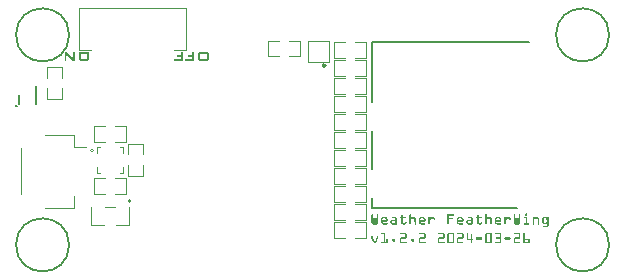
<source format=gbr>
%TF.GenerationSoftware,KiCad,Pcbnew,7.0.11*%
%TF.CreationDate,2024-03-28T16:15:39-04:00*%
%TF.ProjectId,weather-featherwing,77656174-6865-4722-9d66-656174686572,03*%
%TF.SameCoordinates,Original*%
%TF.FileFunction,Legend,Top*%
%TF.FilePolarity,Positive*%
%FSLAX46Y46*%
G04 Gerber Fmt 4.6, Leading zero omitted, Abs format (unit mm)*
G04 Created by KiCad (PCBNEW 7.0.11) date 2024-03-28 16:15:39*
%MOMM*%
%LPD*%
G01*
G04 APERTURE LIST*
%ADD10C,0.120000*%
%ADD11C,0.150000*%
%ADD12C,0.100000*%
%ADD13C,0.250000*%
%ADD14C,0.180000*%
G04 APERTURE END LIST*
D10*
G36*
X120624356Y-100522143D02*
G01*
X120636714Y-100522572D01*
X120648536Y-100523287D01*
X120659825Y-100524289D01*
X120670579Y-100525577D01*
X120680799Y-100527151D01*
X120690485Y-100529012D01*
X120704012Y-100532339D01*
X120716337Y-100536311D01*
X120727459Y-100540926D01*
X120737380Y-100546185D01*
X120746098Y-100552089D01*
X120753614Y-100558636D01*
X120760205Y-100566120D01*
X120766148Y-100574742D01*
X120771442Y-100584501D01*
X120776088Y-100595398D01*
X120780086Y-100607433D01*
X120783436Y-100620606D01*
X120786137Y-100634916D01*
X120787578Y-100645089D01*
X120788730Y-100655767D01*
X120789595Y-100666950D01*
X120790171Y-100678640D01*
X120790459Y-100690835D01*
X120790495Y-100697122D01*
X120790495Y-101074721D01*
X120790351Y-101086452D01*
X120789919Y-101097710D01*
X120789198Y-101108495D01*
X120788190Y-101118807D01*
X120786893Y-101128645D01*
X120784408Y-101142516D01*
X120781275Y-101155321D01*
X120777493Y-101167062D01*
X120773063Y-101177738D01*
X120767985Y-101187349D01*
X120762258Y-101195896D01*
X120755883Y-101203378D01*
X120753614Y-101205635D01*
X120746098Y-101211964D01*
X120737380Y-101217671D01*
X120727459Y-101222755D01*
X120716337Y-101227216D01*
X120704012Y-101231055D01*
X120690485Y-101234272D01*
X120680799Y-101236070D01*
X120670579Y-101237592D01*
X120659825Y-101238837D01*
X120648536Y-101239805D01*
X120636714Y-101240497D01*
X120624356Y-101240912D01*
X120611465Y-101241050D01*
X120079504Y-101241050D01*
X120066613Y-101240912D01*
X120054255Y-101240497D01*
X120042433Y-101239805D01*
X120031144Y-101238837D01*
X120020390Y-101237592D01*
X120010170Y-101236070D01*
X120000484Y-101234272D01*
X119986957Y-101231055D01*
X119974632Y-101227216D01*
X119963510Y-101222755D01*
X119953589Y-101217671D01*
X119944871Y-101211964D01*
X119937355Y-101205635D01*
X119928711Y-101195896D01*
X119922984Y-101187349D01*
X119917906Y-101177738D01*
X119913476Y-101167062D01*
X119909694Y-101155321D01*
X119906561Y-101142516D01*
X119904076Y-101128645D01*
X119902779Y-101118807D01*
X119901771Y-101108495D01*
X119901050Y-101097710D01*
X119900618Y-101086452D01*
X119900474Y-101074721D01*
X119900474Y-100697122D01*
X119900618Y-100684674D01*
X119901050Y-100672732D01*
X119901683Y-100662683D01*
X120068025Y-100662683D01*
X120068025Y-101115998D01*
X120622212Y-101115998D01*
X120622212Y-100662683D01*
X120068025Y-100662683D01*
X119901683Y-100662683D01*
X119901771Y-100661295D01*
X119902779Y-100650364D01*
X119904076Y-100639939D01*
X119905660Y-100630020D01*
X119908578Y-100616089D01*
X119912143Y-100603295D01*
X119916357Y-100591639D01*
X119921219Y-100581122D01*
X119926730Y-100571741D01*
X119932889Y-100563499D01*
X119937355Y-100558636D01*
X119944871Y-100552089D01*
X119953589Y-100546185D01*
X119963510Y-100540926D01*
X119974632Y-100536311D01*
X119986957Y-100532339D01*
X120000484Y-100529012D01*
X120010170Y-100527151D01*
X120020390Y-100525577D01*
X120031144Y-100524289D01*
X120042433Y-100523287D01*
X120054255Y-100522572D01*
X120066613Y-100522143D01*
X120079504Y-100522000D01*
X120611465Y-100522000D01*
X120624356Y-100522143D01*
G37*
G36*
X119547787Y-100522000D02*
G01*
X119547787Y-101241050D01*
X119432993Y-101241050D01*
X118924235Y-100817289D01*
X118916294Y-100810708D01*
X118908651Y-100804247D01*
X118899872Y-100796651D01*
X118891523Y-100789226D01*
X118883603Y-100781973D01*
X118878562Y-100777233D01*
X118871263Y-100770229D01*
X118864205Y-100763140D01*
X118857387Y-100755964D01*
X118850810Y-100748703D01*
X118843440Y-100740122D01*
X118842414Y-100738887D01*
X118843169Y-100749933D01*
X118843877Y-100760357D01*
X118844537Y-100770158D01*
X118845344Y-100782257D01*
X118846067Y-100793250D01*
X118846707Y-100803136D01*
X118847388Y-100813937D01*
X118848032Y-100824616D01*
X118848507Y-100835073D01*
X118848908Y-100845679D01*
X118849176Y-100855895D01*
X118849253Y-100863451D01*
X118849253Y-101241050D01*
X118698066Y-101241050D01*
X118698066Y-100522000D01*
X118812861Y-100522000D01*
X119343356Y-100966277D01*
X119351469Y-100973498D01*
X119359137Y-100980416D01*
X119366362Y-100987029D01*
X119374075Y-100994215D01*
X119376817Y-100996808D01*
X119383885Y-101003677D01*
X119391508Y-101011478D01*
X119398783Y-101019356D01*
X119403440Y-101024651D01*
X119402413Y-101014354D01*
X119401470Y-101004225D01*
X119400610Y-100994262D01*
X119399833Y-100984466D01*
X119399012Y-100972931D01*
X119398311Y-100961637D01*
X119397730Y-100950829D01*
X119397269Y-100940571D01*
X119396883Y-100929297D01*
X119396661Y-100918772D01*
X119396601Y-100910346D01*
X119396601Y-100522000D01*
X119547787Y-100522000D01*
G37*
D11*
G36*
X145032863Y-114583867D02*
G01*
X145032863Y-114948155D01*
X145061635Y-114996650D01*
X145098992Y-114996650D01*
X145128924Y-114947227D01*
X145128924Y-114302878D01*
X145129585Y-114293386D01*
X145132026Y-114282950D01*
X145136266Y-114273203D01*
X145141331Y-114265397D01*
X145147718Y-114258096D01*
X145155019Y-114251709D01*
X145162826Y-114246643D01*
X145172573Y-114242403D01*
X145183008Y-114239962D01*
X145192500Y-114239302D01*
X145203153Y-114240190D01*
X145213184Y-114242855D01*
X145222593Y-114247296D01*
X145231380Y-114253513D01*
X145236122Y-114257864D01*
X145242430Y-114264974D01*
X145248141Y-114273868D01*
X145252074Y-114283406D01*
X145254231Y-114293587D01*
X145254685Y-114301254D01*
X145254685Y-114962309D01*
X145253234Y-114972229D01*
X145249986Y-114981503D01*
X145245621Y-114990594D01*
X145240748Y-114999110D01*
X145239835Y-115000594D01*
X145189252Y-115083893D01*
X145183215Y-115092984D01*
X145176273Y-115100534D01*
X145168424Y-115106544D01*
X145159668Y-115111012D01*
X145150006Y-115113939D01*
X145139438Y-115115326D01*
X145134957Y-115115450D01*
X145031935Y-115115450D01*
X145022156Y-115115217D01*
X145010368Y-115114184D01*
X145000008Y-115112324D01*
X144991077Y-115109637D01*
X144981922Y-115105117D01*
X144973881Y-115097987D01*
X144969055Y-115088998D01*
X144964052Y-115097987D01*
X144956177Y-115105117D01*
X144947422Y-115109637D01*
X144936672Y-115112866D01*
X144926637Y-115114520D01*
X144915325Y-115115346D01*
X144909191Y-115115450D01*
X144812666Y-115115450D01*
X144801583Y-115114917D01*
X144791305Y-115113318D01*
X144781831Y-115110653D01*
X144773163Y-115106922D01*
X144763459Y-115100760D01*
X144755013Y-115092933D01*
X144749161Y-115085471D01*
X144746537Y-115081341D01*
X144699435Y-115003147D01*
X144694625Y-114994641D01*
X144690271Y-114985213D01*
X144687272Y-114976318D01*
X144685502Y-114966805D01*
X144685281Y-114962309D01*
X144685281Y-114302414D01*
X144685942Y-114293009D01*
X144688383Y-114282675D01*
X144692623Y-114273029D01*
X144698661Y-114264072D01*
X144704076Y-114258096D01*
X144711377Y-114251709D01*
X144719183Y-114246643D01*
X144728930Y-114242403D01*
X144739365Y-114239962D01*
X144748858Y-114239302D01*
X144759307Y-114240201D01*
X144769135Y-114242899D01*
X144778341Y-114247396D01*
X144786925Y-114253691D01*
X144791551Y-114258096D01*
X144797702Y-114265397D01*
X144803269Y-114274554D01*
X144807105Y-114284399D01*
X144809208Y-114294933D01*
X144809650Y-114302878D01*
X144809650Y-114949780D01*
X144838421Y-114996650D01*
X144876939Y-114996650D01*
X144908263Y-114946995D01*
X144908263Y-114583867D01*
X144908899Y-114574399D01*
X144911250Y-114564054D01*
X144915332Y-114554465D01*
X144921147Y-114545630D01*
X144926361Y-114539781D01*
X144933496Y-114533552D01*
X144942480Y-114527913D01*
X144952175Y-114524029D01*
X144962580Y-114521898D01*
X144970447Y-114521451D01*
X144979915Y-114522095D01*
X144990260Y-114524476D01*
X144999850Y-114528611D01*
X145008684Y-114534501D01*
X145014533Y-114539781D01*
X145020762Y-114546846D01*
X145026401Y-114555788D01*
X145030285Y-114565486D01*
X145032416Y-114575939D01*
X145032863Y-114583867D01*
G37*
G36*
X145865127Y-114477335D02*
G01*
X145876348Y-114478639D01*
X145887451Y-114480810D01*
X145898436Y-114483851D01*
X145909302Y-114487760D01*
X145920050Y-114492539D01*
X145930680Y-114498186D01*
X145941191Y-114504701D01*
X145951584Y-114512086D01*
X145961859Y-114520339D01*
X145968643Y-114526324D01*
X146009712Y-114564609D01*
X146018047Y-114572699D01*
X146025562Y-114581483D01*
X146032257Y-114590961D01*
X146038133Y-114601132D01*
X146043188Y-114611996D01*
X146047424Y-114623553D01*
X146050840Y-114635804D01*
X146053436Y-114648749D01*
X146055212Y-114662386D01*
X146055941Y-114671863D01*
X146056305Y-114681649D01*
X146056351Y-114686657D01*
X146056351Y-114816594D01*
X146055462Y-114827145D01*
X146052798Y-114837074D01*
X146048356Y-114846382D01*
X146042139Y-114855068D01*
X146037788Y-114859752D01*
X146030599Y-114865902D01*
X146021634Y-114871470D01*
X146012047Y-114875305D01*
X146001839Y-114877408D01*
X145994166Y-114877850D01*
X145613868Y-114877850D01*
X145613868Y-114904070D01*
X145614627Y-114913633D01*
X145616903Y-114922657D01*
X145620696Y-114931144D01*
X145626006Y-114939092D01*
X145632834Y-114946501D01*
X145635447Y-114948851D01*
X145667467Y-114977159D01*
X145676253Y-114983783D01*
X145684859Y-114989036D01*
X145694672Y-114993433D01*
X145704241Y-114995965D01*
X145712249Y-114996650D01*
X145994166Y-114996650D01*
X146004819Y-114997483D01*
X146014850Y-114999981D01*
X146024259Y-115004144D01*
X146033046Y-115009973D01*
X146037788Y-115014052D01*
X146045021Y-115021930D01*
X146050477Y-115030542D01*
X146054157Y-115039886D01*
X146056061Y-115049962D01*
X146056351Y-115056050D01*
X146055451Y-115066387D01*
X146052753Y-115076080D01*
X146048257Y-115085128D01*
X146041961Y-115093533D01*
X146037556Y-115098047D01*
X146030304Y-115103961D01*
X146021328Y-115109315D01*
X146011797Y-115113002D01*
X146001711Y-115115025D01*
X145994166Y-115115450D01*
X145705056Y-115115450D01*
X145695562Y-115115149D01*
X145685932Y-115114249D01*
X145676166Y-115112747D01*
X145666264Y-115110646D01*
X145656225Y-115107944D01*
X145646051Y-115104641D01*
X145641944Y-115103152D01*
X145632067Y-115099202D01*
X145623028Y-115095185D01*
X145613288Y-115090274D01*
X145604755Y-115085266D01*
X145596327Y-115079298D01*
X145593217Y-115076700D01*
X145544491Y-115034239D01*
X145537081Y-115027869D01*
X145530080Y-115020797D01*
X145523486Y-115013023D01*
X145517300Y-115004546D01*
X145511522Y-114995367D01*
X145506151Y-114985485D01*
X145504118Y-114981336D01*
X145499505Y-114970874D01*
X145495675Y-114960661D01*
X145492626Y-114950698D01*
X145490359Y-114940984D01*
X145488874Y-114931519D01*
X145488123Y-114920491D01*
X145488107Y-114918687D01*
X145488107Y-114759050D01*
X145615028Y-114759050D01*
X145933142Y-114759050D01*
X145933142Y-114687121D01*
X145932563Y-114676908D01*
X145930826Y-114667674D01*
X145927335Y-114658138D01*
X145922267Y-114649934D01*
X145916668Y-114643963D01*
X145884880Y-114614959D01*
X145876557Y-114608414D01*
X145868641Y-114603224D01*
X145859922Y-114598879D01*
X145850638Y-114596171D01*
X145845203Y-114595701D01*
X145707376Y-114595701D01*
X145697707Y-114596489D01*
X145688393Y-114598854D01*
X145679435Y-114602796D01*
X145670832Y-114608314D01*
X145666075Y-114612175D01*
X145633823Y-114640251D01*
X145626499Y-114647147D01*
X145620975Y-114654843D01*
X145616864Y-114664617D01*
X145615193Y-114674026D01*
X145615028Y-114678304D01*
X145615028Y-114759050D01*
X145488107Y-114759050D01*
X145488107Y-114669719D01*
X145488929Y-114659060D01*
X145490941Y-114648792D01*
X145493540Y-114639439D01*
X145496978Y-114629360D01*
X145501253Y-114618556D01*
X145505278Y-114609391D01*
X145509777Y-114600193D01*
X145514573Y-114591510D01*
X145519667Y-114583341D01*
X145525058Y-114575688D01*
X145532215Y-114566845D01*
X145539837Y-114558807D01*
X145547923Y-114551573D01*
X145549596Y-114550223D01*
X145595306Y-114514722D01*
X145604227Y-114507963D01*
X145613328Y-114501869D01*
X145622608Y-114496439D01*
X145632068Y-114491675D01*
X145641707Y-114487575D01*
X145651526Y-114484140D01*
X145661524Y-114481370D01*
X145671702Y-114479265D01*
X145682059Y-114477824D01*
X145692595Y-114477049D01*
X145699719Y-114476901D01*
X145853788Y-114476901D01*
X145865127Y-114477335D01*
G37*
G36*
X146685480Y-114477335D02*
G01*
X146698205Y-114478639D01*
X146710566Y-114480810D01*
X146722565Y-114483851D01*
X146734201Y-114487760D01*
X146745474Y-114492539D01*
X146756383Y-114498186D01*
X146766930Y-114504701D01*
X146777114Y-114512086D01*
X146786935Y-114520339D01*
X146793280Y-114526324D01*
X146802295Y-114535743D01*
X146810457Y-114545553D01*
X146817766Y-114555755D01*
X146824224Y-114566349D01*
X146829828Y-114577334D01*
X146834581Y-114588711D01*
X146838481Y-114600479D01*
X146841528Y-114612639D01*
X146843723Y-114625190D01*
X146845066Y-114638133D01*
X146845487Y-114646980D01*
X146859177Y-115053497D01*
X146858524Y-115063036D01*
X146856113Y-115073422D01*
X146851926Y-115083009D01*
X146845962Y-115091796D01*
X146840614Y-115097583D01*
X146833417Y-115103655D01*
X146824422Y-115109151D01*
X146814783Y-115112937D01*
X146804500Y-115115013D01*
X146796761Y-115115450D01*
X146787040Y-115114764D01*
X146777890Y-115112709D01*
X146767937Y-115108578D01*
X146760024Y-115103553D01*
X146752683Y-115097158D01*
X146751515Y-115095959D01*
X146745285Y-115088838D01*
X146739646Y-115081004D01*
X146735350Y-115072676D01*
X146733202Y-115063204D01*
X146733184Y-115062314D01*
X146650117Y-115115450D01*
X146462636Y-115115450D01*
X146449296Y-115115017D01*
X146436334Y-115113720D01*
X146423752Y-115111558D01*
X146411550Y-115108532D01*
X146399726Y-115104641D01*
X146388282Y-115099885D01*
X146377218Y-115094265D01*
X146366532Y-115087780D01*
X146356226Y-115080430D01*
X146346299Y-115072216D01*
X146339892Y-115066259D01*
X146330894Y-115056807D01*
X146322781Y-115046983D01*
X146315553Y-115036789D01*
X146309210Y-115026223D01*
X146303752Y-115015286D01*
X146299179Y-115003978D01*
X146295491Y-114992299D01*
X146292688Y-114980248D01*
X146290771Y-114967827D01*
X146289738Y-114955034D01*
X146289558Y-114946995D01*
X146415302Y-114946995D01*
X146416187Y-114956653D01*
X146418841Y-114965674D01*
X146423264Y-114974056D01*
X146429456Y-114981800D01*
X146436925Y-114988297D01*
X146445985Y-114993387D01*
X146455743Y-114996128D01*
X146462636Y-114996650D01*
X146615545Y-114996650D01*
X146729240Y-114940266D01*
X146726223Y-114890380D01*
X146725297Y-114879940D01*
X146723127Y-114870344D01*
X146719714Y-114861591D01*
X146714290Y-114852622D01*
X146711837Y-114849542D01*
X146704644Y-114842436D01*
X146696755Y-114837361D01*
X146687048Y-114834077D01*
X146678889Y-114833300D01*
X146462636Y-114833300D01*
X146453239Y-114834214D01*
X146443499Y-114837426D01*
X146434640Y-114842950D01*
X146429224Y-114847918D01*
X146423133Y-114855503D01*
X146418783Y-114863870D01*
X146416172Y-114873021D01*
X146415302Y-114882955D01*
X146415302Y-114946995D01*
X146289558Y-114946995D01*
X146289542Y-114946299D01*
X146289542Y-114883651D01*
X146289988Y-114870733D01*
X146291328Y-114858170D01*
X146293561Y-114845962D01*
X146296687Y-114834109D01*
X146300707Y-114822610D01*
X146305620Y-114811467D01*
X146311426Y-114800678D01*
X146318125Y-114790244D01*
X146325717Y-114780165D01*
X146334203Y-114770441D01*
X146340356Y-114764155D01*
X146350065Y-114755281D01*
X146360138Y-114747280D01*
X146370573Y-114740152D01*
X146381371Y-114733897D01*
X146392533Y-114728514D01*
X146404057Y-114724005D01*
X146415944Y-114720368D01*
X146428194Y-114717604D01*
X146440808Y-114715713D01*
X146453784Y-114714694D01*
X146462636Y-114714500D01*
X146677497Y-114714500D01*
X146687946Y-114714409D01*
X146698344Y-114714173D01*
X146708299Y-114713848D01*
X146719053Y-114713412D01*
X146720655Y-114713340D01*
X146719494Y-114642803D01*
X146718624Y-114633319D01*
X146715565Y-114623550D01*
X146710304Y-114614736D01*
X146705573Y-114609391D01*
X146698351Y-114603401D01*
X146689325Y-114598709D01*
X146679344Y-114596182D01*
X146672160Y-114595701D01*
X146464029Y-114595701D01*
X146453376Y-114594868D01*
X146443345Y-114592370D01*
X146433936Y-114588206D01*
X146425149Y-114582377D01*
X146420407Y-114578298D01*
X146414098Y-114571449D01*
X146408388Y-114562860D01*
X146404455Y-114553627D01*
X146402298Y-114543750D01*
X146401844Y-114536301D01*
X146402710Y-114525805D01*
X146405309Y-114516043D01*
X146409639Y-114507013D01*
X146415701Y-114498716D01*
X146419943Y-114494303D01*
X146428318Y-114487523D01*
X146437403Y-114482407D01*
X146447199Y-114478957D01*
X146457706Y-114477173D01*
X146464029Y-114476901D01*
X146672392Y-114476901D01*
X146685480Y-114477335D01*
G37*
G36*
X147487516Y-115115450D02*
G01*
X147377766Y-115115450D01*
X147364668Y-115115007D01*
X147351912Y-115113679D01*
X147339499Y-115111467D01*
X147327429Y-115108369D01*
X147315702Y-115104386D01*
X147304317Y-115099518D01*
X147293275Y-115093765D01*
X147282575Y-115087127D01*
X147272218Y-115079604D01*
X147262203Y-115071196D01*
X147255717Y-115065099D01*
X147246595Y-115055437D01*
X147238369Y-115045421D01*
X147231041Y-115035049D01*
X147224611Y-115024323D01*
X147219077Y-115013242D01*
X147214441Y-115001806D01*
X147210703Y-114990015D01*
X147207861Y-114977870D01*
X147205917Y-114965369D01*
X147204870Y-114952514D01*
X147204671Y-114943747D01*
X147204671Y-114595701D01*
X147155944Y-114595701D01*
X147146547Y-114595105D01*
X147136243Y-114592905D01*
X147126650Y-114589084D01*
X147117768Y-114583642D01*
X147111858Y-114578762D01*
X147104806Y-114570941D01*
X147099486Y-114562298D01*
X147095899Y-114552834D01*
X147094043Y-114542548D01*
X147093760Y-114536301D01*
X147094626Y-114525805D01*
X147097224Y-114516043D01*
X147101554Y-114507013D01*
X147107617Y-114498716D01*
X147111858Y-114494303D01*
X147120233Y-114487523D01*
X147129319Y-114482407D01*
X147139115Y-114478957D01*
X147149621Y-114477173D01*
X147155944Y-114476901D01*
X147205831Y-114476901D01*
X147205831Y-114347196D01*
X147206467Y-114337633D01*
X147208818Y-114327156D01*
X147212900Y-114317413D01*
X147218715Y-114308402D01*
X147223929Y-114302414D01*
X147231064Y-114296106D01*
X147240048Y-114290395D01*
X147249743Y-114286462D01*
X147260148Y-114284305D01*
X147268015Y-114283851D01*
X147278498Y-114284751D01*
X147288426Y-114287449D01*
X147297798Y-114291946D01*
X147306615Y-114298241D01*
X147311405Y-114302646D01*
X147317871Y-114309939D01*
X147322999Y-114317721D01*
X147327291Y-114327418D01*
X147329762Y-114337782D01*
X147330431Y-114347196D01*
X147330431Y-114476901D01*
X147543667Y-114476901D01*
X147554320Y-114477745D01*
X147564351Y-114480276D01*
X147573760Y-114484495D01*
X147582547Y-114490402D01*
X147587289Y-114494535D01*
X147594522Y-114502482D01*
X147599978Y-114511095D01*
X147603658Y-114520374D01*
X147605562Y-114530319D01*
X147605852Y-114536301D01*
X147604963Y-114546808D01*
X147602299Y-114556604D01*
X147597858Y-114565689D01*
X147591640Y-114574064D01*
X147587289Y-114578530D01*
X147578857Y-114585221D01*
X147569804Y-114590268D01*
X147560128Y-114593672D01*
X147549831Y-114595432D01*
X147543667Y-114595701D01*
X147329039Y-114595701D01*
X147329039Y-114948619D01*
X147329938Y-114958046D01*
X147333099Y-114967887D01*
X147337820Y-114975958D01*
X147343425Y-114982496D01*
X147351053Y-114988688D01*
X147359319Y-114993111D01*
X147368223Y-114995765D01*
X147377766Y-114996650D01*
X147484964Y-114996650D01*
X147496344Y-114995562D01*
X147506558Y-114992299D01*
X147515605Y-114986861D01*
X147523484Y-114979247D01*
X147528948Y-114971590D01*
X147533665Y-114962541D01*
X147537635Y-114952100D01*
X147541731Y-114941659D01*
X147546829Y-114932609D01*
X147552927Y-114924952D01*
X147560026Y-114918687D01*
X147568125Y-114913815D01*
X147577225Y-114910334D01*
X147587325Y-114908246D01*
X147598427Y-114907550D01*
X147608264Y-114908162D01*
X147617417Y-114909997D01*
X147627229Y-114913685D01*
X147636108Y-114919038D01*
X147642977Y-114924952D01*
X147649848Y-114932886D01*
X147655031Y-114941664D01*
X147658527Y-114951286D01*
X147660335Y-114961751D01*
X147660611Y-114968110D01*
X147660181Y-114977454D01*
X147658890Y-114986777D01*
X147656738Y-114996079D01*
X147653726Y-115005362D01*
X147649853Y-115014624D01*
X147645120Y-115023865D01*
X147639526Y-115033087D01*
X147633072Y-115042287D01*
X147625757Y-115051468D01*
X147617581Y-115060628D01*
X147611652Y-115066723D01*
X147602282Y-115075431D01*
X147592442Y-115083282D01*
X147582133Y-115090277D01*
X147571355Y-115096416D01*
X147560108Y-115101698D01*
X147548392Y-115106123D01*
X147536207Y-115109692D01*
X147523553Y-115112404D01*
X147510430Y-115114260D01*
X147496838Y-115115259D01*
X147487516Y-115115450D01*
G37*
G36*
X147896586Y-115053497D02*
G01*
X147896586Y-114299862D01*
X147897452Y-114289163D01*
X147900050Y-114279197D01*
X147904380Y-114269964D01*
X147910443Y-114261464D01*
X147914685Y-114256936D01*
X147921820Y-114250943D01*
X147930803Y-114245518D01*
X147940498Y-114241781D01*
X147950903Y-114239732D01*
X147958770Y-114239302D01*
X147968159Y-114239938D01*
X147978433Y-114242289D01*
X147987974Y-114246371D01*
X147996782Y-114252186D01*
X148002624Y-114257400D01*
X148008854Y-114264369D01*
X148014492Y-114273180D01*
X148018377Y-114282724D01*
X148020507Y-114293001D01*
X148020955Y-114300790D01*
X148020955Y-114560200D01*
X148097989Y-114513562D01*
X148109449Y-114507010D01*
X148120685Y-114501103D01*
X148131697Y-114495840D01*
X148142484Y-114491222D01*
X148153047Y-114487248D01*
X148163386Y-114483918D01*
X148173501Y-114481233D01*
X148183391Y-114479192D01*
X148193056Y-114477796D01*
X148202498Y-114477044D01*
X148208667Y-114476901D01*
X148276652Y-114476901D01*
X148289620Y-114477337D01*
X148302245Y-114478647D01*
X148314527Y-114480829D01*
X148326467Y-114483884D01*
X148338064Y-114487811D01*
X148349318Y-114492612D01*
X148360230Y-114498285D01*
X148370799Y-114504832D01*
X148381025Y-114512251D01*
X148390909Y-114520543D01*
X148397308Y-114526556D01*
X148406364Y-114536012D01*
X148414564Y-114545848D01*
X148421907Y-114556063D01*
X148428393Y-114566657D01*
X148434023Y-114577631D01*
X148438797Y-114588984D01*
X148442713Y-114600716D01*
X148445774Y-114612827D01*
X148447978Y-114625318D01*
X148449325Y-114638189D01*
X148449747Y-114646980D01*
X148463437Y-115053497D01*
X148463021Y-115062965D01*
X148460824Y-115073310D01*
X148456784Y-115082900D01*
X148450901Y-115091735D01*
X148445571Y-115097583D01*
X148438349Y-115103655D01*
X148429263Y-115109151D01*
X148419467Y-115112937D01*
X148408961Y-115115013D01*
X148401021Y-115115450D01*
X148391561Y-115114789D01*
X148381246Y-115112348D01*
X148371709Y-115108108D01*
X148362949Y-115102069D01*
X148357167Y-115096655D01*
X148351150Y-115089419D01*
X148345635Y-115080504D01*
X148341741Y-115071077D01*
X148339468Y-115061140D01*
X148338837Y-115053729D01*
X148325147Y-114643035D01*
X148323958Y-114633826D01*
X148320609Y-114624194D01*
X148315131Y-114615334D01*
X148310297Y-114609855D01*
X148302959Y-114603662D01*
X148293802Y-114598811D01*
X148283691Y-114596198D01*
X148276420Y-114595701D01*
X148215164Y-114595701D01*
X148205289Y-114596426D01*
X148194920Y-114598601D01*
X148185442Y-114601694D01*
X148175588Y-114605897D01*
X148172703Y-114607302D01*
X148020955Y-114682016D01*
X148020955Y-115049553D01*
X148020318Y-115059535D01*
X148018410Y-115068945D01*
X148015228Y-115077785D01*
X148010774Y-115086054D01*
X148005048Y-115093752D01*
X148002856Y-115096191D01*
X147995792Y-115102736D01*
X147986849Y-115108660D01*
X147977152Y-115112741D01*
X147966699Y-115114979D01*
X147958770Y-115115450D01*
X147949373Y-115114813D01*
X147939070Y-115112463D01*
X147929477Y-115108380D01*
X147920594Y-115102565D01*
X147914685Y-115097351D01*
X147908534Y-115090295D01*
X147902967Y-115081382D01*
X147899131Y-115071737D01*
X147897028Y-115061359D01*
X147896586Y-115053497D01*
G37*
G36*
X149076432Y-114477335D02*
G01*
X149087653Y-114478639D01*
X149098756Y-114480810D01*
X149109741Y-114483851D01*
X149120607Y-114487760D01*
X149131355Y-114492539D01*
X149141984Y-114498186D01*
X149152496Y-114504701D01*
X149162889Y-114512086D01*
X149173164Y-114520339D01*
X149179948Y-114526324D01*
X149221017Y-114564609D01*
X149229352Y-114572699D01*
X149236867Y-114581483D01*
X149243562Y-114590961D01*
X149249438Y-114601132D01*
X149254493Y-114611996D01*
X149258729Y-114623553D01*
X149262145Y-114635804D01*
X149264741Y-114648749D01*
X149266517Y-114662386D01*
X149267246Y-114671863D01*
X149267610Y-114681649D01*
X149267656Y-114686657D01*
X149267656Y-114816594D01*
X149266767Y-114827145D01*
X149264103Y-114837074D01*
X149259661Y-114846382D01*
X149253444Y-114855068D01*
X149249093Y-114859752D01*
X149241904Y-114865902D01*
X149232939Y-114871470D01*
X149223352Y-114875305D01*
X149213144Y-114877408D01*
X149205471Y-114877850D01*
X148825173Y-114877850D01*
X148825173Y-114904070D01*
X148825932Y-114913633D01*
X148828208Y-114922657D01*
X148832001Y-114931144D01*
X148837311Y-114939092D01*
X148844139Y-114946501D01*
X148846752Y-114948851D01*
X148878772Y-114977159D01*
X148887558Y-114983783D01*
X148896164Y-114989036D01*
X148905977Y-114993433D01*
X148915546Y-114995965D01*
X148923554Y-114996650D01*
X149205471Y-114996650D01*
X149216124Y-114997483D01*
X149226155Y-114999981D01*
X149235564Y-115004144D01*
X149244351Y-115009973D01*
X149249093Y-115014052D01*
X149256326Y-115021930D01*
X149261782Y-115030542D01*
X149265462Y-115039886D01*
X149267366Y-115049962D01*
X149267656Y-115056050D01*
X149266756Y-115066387D01*
X149264058Y-115076080D01*
X149259561Y-115085128D01*
X149253266Y-115093533D01*
X149248861Y-115098047D01*
X149241609Y-115103961D01*
X149232633Y-115109315D01*
X149223102Y-115113002D01*
X149213016Y-115115025D01*
X149205471Y-115115450D01*
X148916361Y-115115450D01*
X148906867Y-115115149D01*
X148897237Y-115114249D01*
X148887471Y-115112747D01*
X148877568Y-115110646D01*
X148867530Y-115107944D01*
X148857356Y-115104641D01*
X148853249Y-115103152D01*
X148843372Y-115099202D01*
X148834333Y-115095185D01*
X148824593Y-115090274D01*
X148816060Y-115085266D01*
X148807632Y-115079298D01*
X148804522Y-115076700D01*
X148755796Y-115034239D01*
X148748386Y-115027869D01*
X148741385Y-115020797D01*
X148734791Y-115013023D01*
X148728605Y-115004546D01*
X148722827Y-114995367D01*
X148717456Y-114985485D01*
X148715423Y-114981336D01*
X148710810Y-114970874D01*
X148706980Y-114960661D01*
X148703931Y-114950698D01*
X148701664Y-114940984D01*
X148700179Y-114931519D01*
X148699428Y-114920491D01*
X148699412Y-114918687D01*
X148699412Y-114759050D01*
X148826333Y-114759050D01*
X149144447Y-114759050D01*
X149144447Y-114687121D01*
X149143868Y-114676908D01*
X149142131Y-114667674D01*
X149138640Y-114658138D01*
X149133572Y-114649934D01*
X149127973Y-114643963D01*
X149096185Y-114614959D01*
X149087862Y-114608414D01*
X149079946Y-114603224D01*
X149071227Y-114598879D01*
X149061942Y-114596171D01*
X149056508Y-114595701D01*
X148918681Y-114595701D01*
X148909012Y-114596489D01*
X148899698Y-114598854D01*
X148890740Y-114602796D01*
X148882137Y-114608314D01*
X148877380Y-114612175D01*
X148845128Y-114640251D01*
X148837804Y-114647147D01*
X148832280Y-114654843D01*
X148828169Y-114664617D01*
X148826498Y-114674026D01*
X148826333Y-114678304D01*
X148826333Y-114759050D01*
X148699412Y-114759050D01*
X148699412Y-114669719D01*
X148700234Y-114659060D01*
X148702246Y-114648792D01*
X148704845Y-114639439D01*
X148708283Y-114629360D01*
X148712558Y-114618556D01*
X148716583Y-114609391D01*
X148721082Y-114600193D01*
X148725878Y-114591510D01*
X148730972Y-114583341D01*
X148736363Y-114575688D01*
X148743520Y-114566845D01*
X148751142Y-114558807D01*
X148759228Y-114551573D01*
X148760901Y-114550223D01*
X148806611Y-114514722D01*
X148815532Y-114507963D01*
X148824633Y-114501869D01*
X148833913Y-114496439D01*
X148843373Y-114491675D01*
X148853012Y-114487575D01*
X148862831Y-114484140D01*
X148872829Y-114481370D01*
X148883007Y-114479265D01*
X148893364Y-114477824D01*
X148903900Y-114477049D01*
X148911024Y-114476901D01*
X149065093Y-114476901D01*
X149076432Y-114477335D01*
G37*
G36*
X149503399Y-115053961D02*
G01*
X149503399Y-114539781D01*
X149504035Y-114530455D01*
X149506386Y-114520192D01*
X149510468Y-114510596D01*
X149516283Y-114501666D01*
X149521497Y-114495695D01*
X149528561Y-114489308D01*
X149537504Y-114483527D01*
X149547202Y-114479544D01*
X149557655Y-114477360D01*
X149565583Y-114476901D01*
X149575051Y-114477521D01*
X149585396Y-114479811D01*
X149594986Y-114483789D01*
X149603821Y-114489455D01*
X149609669Y-114494535D01*
X149615898Y-114501434D01*
X149621537Y-114510204D01*
X149625422Y-114519751D01*
X149627552Y-114530075D01*
X149627999Y-114537925D01*
X149627999Y-114587348D01*
X149705266Y-114523771D01*
X149716037Y-114515395D01*
X149726771Y-114507843D01*
X149737469Y-114501114D01*
X149748130Y-114495210D01*
X149758754Y-114490129D01*
X149769341Y-114485872D01*
X149779892Y-114482439D01*
X149790406Y-114479830D01*
X149800884Y-114478045D01*
X149811324Y-114477084D01*
X149818264Y-114476901D01*
X149898547Y-114476901D01*
X149911678Y-114477350D01*
X149924447Y-114478696D01*
X149936852Y-114480939D01*
X149948894Y-114484079D01*
X149960573Y-114488117D01*
X149971890Y-114493053D01*
X149982843Y-114498885D01*
X149993433Y-114505615D01*
X150003660Y-114513242D01*
X150013525Y-114521766D01*
X150019899Y-114527948D01*
X150028939Y-114537659D01*
X150037089Y-114547737D01*
X150044351Y-114558183D01*
X150050723Y-114568995D01*
X150056206Y-114580175D01*
X150060800Y-114591722D01*
X150064505Y-114603636D01*
X150067320Y-114615916D01*
X150069247Y-114628564D01*
X150070284Y-114641579D01*
X150070482Y-114650460D01*
X150070482Y-114680160D01*
X150069846Y-114689889D01*
X150067937Y-114699063D01*
X150064101Y-114709065D01*
X150058534Y-114718313D01*
X150052383Y-114725638D01*
X150045311Y-114731946D01*
X150036338Y-114737656D01*
X150026588Y-114741590D01*
X150016061Y-114743747D01*
X150008066Y-114744200D01*
X149998598Y-114743531D01*
X149988253Y-114741060D01*
X149978663Y-114736768D01*
X149969828Y-114730655D01*
X149963980Y-114725174D01*
X149957829Y-114717675D01*
X149952951Y-114709621D01*
X149949346Y-114701012D01*
X149947013Y-114691848D01*
X149945952Y-114682130D01*
X149945881Y-114678768D01*
X149945881Y-114646283D01*
X149945011Y-114636132D01*
X149942401Y-114626793D01*
X149938050Y-114618266D01*
X149931960Y-114610551D01*
X149924651Y-114604054D01*
X149915596Y-114598964D01*
X149905660Y-114596223D01*
X149898547Y-114595701D01*
X149827314Y-114595701D01*
X149816959Y-114597136D01*
X149807281Y-114600748D01*
X149798525Y-114605594D01*
X149789345Y-114612054D01*
X149781372Y-114618672D01*
X149627999Y-114754874D01*
X149627999Y-115053961D01*
X149627347Y-115063342D01*
X149624936Y-115073586D01*
X149620748Y-115083074D01*
X149614784Y-115091807D01*
X149609437Y-115097583D01*
X149602239Y-115103655D01*
X149593244Y-115109151D01*
X149583605Y-115112937D01*
X149573322Y-115115013D01*
X149565583Y-115115450D01*
X149556186Y-115114821D01*
X149545882Y-115112501D01*
X149536289Y-115108470D01*
X149527407Y-115102730D01*
X149521497Y-115097583D01*
X149515347Y-115090535D01*
X149509779Y-115081653D01*
X149505944Y-115072060D01*
X149503841Y-115061756D01*
X149503399Y-115053961D01*
G37*
G36*
X151109051Y-115053497D02*
G01*
X151109051Y-114239302D01*
X151613950Y-114239302D01*
X151624433Y-114240134D01*
X151634361Y-114242632D01*
X151643733Y-114246796D01*
X151652551Y-114252625D01*
X151657340Y-114256704D01*
X151663727Y-114263458D01*
X151669509Y-114271915D01*
X151673491Y-114280995D01*
X151675675Y-114290695D01*
X151676134Y-114298005D01*
X151675246Y-114308523D01*
X151672581Y-114318352D01*
X151668140Y-114327493D01*
X151661922Y-114335946D01*
X151657572Y-114340467D01*
X151650383Y-114346460D01*
X151641418Y-114351884D01*
X151631831Y-114355621D01*
X151621623Y-114357671D01*
X151613950Y-114358101D01*
X151233652Y-114358101D01*
X151233652Y-114521451D01*
X151504200Y-114521451D01*
X151513589Y-114522063D01*
X151523862Y-114524323D01*
X151533403Y-114528249D01*
X151542211Y-114533840D01*
X151548053Y-114538853D01*
X151555196Y-114546732D01*
X151560584Y-114555343D01*
X151564218Y-114564687D01*
X151566097Y-114574764D01*
X151566384Y-114580851D01*
X151565507Y-114591357D01*
X151562875Y-114601153D01*
X151558490Y-114610239D01*
X151552350Y-114618614D01*
X151548053Y-114623080D01*
X151539769Y-114629771D01*
X151530752Y-114634818D01*
X151521002Y-114638222D01*
X151510519Y-114639982D01*
X151504200Y-114640251D01*
X151233652Y-114640251D01*
X151233652Y-115053033D01*
X151233007Y-115062509D01*
X151230627Y-115072884D01*
X151226491Y-115082527D01*
X151220602Y-115091436D01*
X151215321Y-115097351D01*
X151208257Y-115103502D01*
X151199314Y-115109069D01*
X151189617Y-115112904D01*
X151179164Y-115115008D01*
X151171236Y-115115450D01*
X151161838Y-115114813D01*
X151151535Y-115112463D01*
X151141942Y-115108380D01*
X151133059Y-115102565D01*
X151127150Y-115097351D01*
X151120999Y-115090295D01*
X151115432Y-115081382D01*
X151111596Y-115071737D01*
X151109493Y-115061359D01*
X151109051Y-115053497D01*
G37*
G36*
X152287737Y-114477335D02*
G01*
X152298958Y-114478639D01*
X152310061Y-114480810D01*
X152321046Y-114483851D01*
X152331912Y-114487760D01*
X152342660Y-114492539D01*
X152353289Y-114498186D01*
X152363801Y-114504701D01*
X152374194Y-114512086D01*
X152384469Y-114520339D01*
X152391253Y-114526324D01*
X152432322Y-114564609D01*
X152440657Y-114572699D01*
X152448172Y-114581483D01*
X152454867Y-114590961D01*
X152460743Y-114601132D01*
X152465798Y-114611996D01*
X152470034Y-114623553D01*
X152473450Y-114635804D01*
X152476046Y-114648749D01*
X152477822Y-114662386D01*
X152478551Y-114671863D01*
X152478915Y-114681649D01*
X152478961Y-114686657D01*
X152478961Y-114816594D01*
X152478072Y-114827145D01*
X152475408Y-114837074D01*
X152470966Y-114846382D01*
X152464749Y-114855068D01*
X152460398Y-114859752D01*
X152453209Y-114865902D01*
X152444244Y-114871470D01*
X152434657Y-114875305D01*
X152424449Y-114877408D01*
X152416776Y-114877850D01*
X152036478Y-114877850D01*
X152036478Y-114904070D01*
X152037237Y-114913633D01*
X152039513Y-114922657D01*
X152043306Y-114931144D01*
X152048616Y-114939092D01*
X152055444Y-114946501D01*
X152058057Y-114948851D01*
X152090077Y-114977159D01*
X152098863Y-114983783D01*
X152107469Y-114989036D01*
X152117282Y-114993433D01*
X152126851Y-114995965D01*
X152134859Y-114996650D01*
X152416776Y-114996650D01*
X152427429Y-114997483D01*
X152437460Y-114999981D01*
X152446869Y-115004144D01*
X152455656Y-115009973D01*
X152460398Y-115014052D01*
X152467631Y-115021930D01*
X152473087Y-115030542D01*
X152476767Y-115039886D01*
X152478671Y-115049962D01*
X152478961Y-115056050D01*
X152478061Y-115066387D01*
X152475363Y-115076080D01*
X152470866Y-115085128D01*
X152464571Y-115093533D01*
X152460166Y-115098047D01*
X152452914Y-115103961D01*
X152443938Y-115109315D01*
X152434407Y-115113002D01*
X152424321Y-115115025D01*
X152416776Y-115115450D01*
X152127666Y-115115450D01*
X152118172Y-115115149D01*
X152108542Y-115114249D01*
X152098776Y-115112747D01*
X152088873Y-115110646D01*
X152078835Y-115107944D01*
X152068661Y-115104641D01*
X152064554Y-115103152D01*
X152054677Y-115099202D01*
X152045638Y-115095185D01*
X152035898Y-115090274D01*
X152027365Y-115085266D01*
X152018937Y-115079298D01*
X152015827Y-115076700D01*
X151967101Y-115034239D01*
X151959691Y-115027869D01*
X151952690Y-115020797D01*
X151946096Y-115013023D01*
X151939910Y-115004546D01*
X151934132Y-114995367D01*
X151928761Y-114985485D01*
X151926727Y-114981336D01*
X151922115Y-114970874D01*
X151918285Y-114960661D01*
X151915236Y-114950698D01*
X151912969Y-114940984D01*
X151911483Y-114931519D01*
X151910733Y-114920491D01*
X151910717Y-114918687D01*
X151910717Y-114759050D01*
X152037638Y-114759050D01*
X152355752Y-114759050D01*
X152355752Y-114687121D01*
X152355173Y-114676908D01*
X152353436Y-114667674D01*
X152349944Y-114658138D01*
X152344877Y-114649934D01*
X152339278Y-114643963D01*
X152307490Y-114614959D01*
X152299167Y-114608414D01*
X152291251Y-114603224D01*
X152282532Y-114598879D01*
X152273247Y-114596171D01*
X152267813Y-114595701D01*
X152129986Y-114595701D01*
X152120317Y-114596489D01*
X152111003Y-114598854D01*
X152102045Y-114602796D01*
X152093442Y-114608314D01*
X152088685Y-114612175D01*
X152056433Y-114640251D01*
X152049109Y-114647147D01*
X152043585Y-114654843D01*
X152039474Y-114664617D01*
X152037803Y-114674026D01*
X152037638Y-114678304D01*
X152037638Y-114759050D01*
X151910717Y-114759050D01*
X151910717Y-114669719D01*
X151911539Y-114659060D01*
X151913551Y-114648792D01*
X151916150Y-114639439D01*
X151919588Y-114629360D01*
X151923863Y-114618556D01*
X151927888Y-114609391D01*
X151932387Y-114600193D01*
X151937183Y-114591510D01*
X151942277Y-114583341D01*
X151947668Y-114575688D01*
X151954825Y-114566845D01*
X151962447Y-114558807D01*
X151970533Y-114551573D01*
X151972206Y-114550223D01*
X152017916Y-114514722D01*
X152026837Y-114507963D01*
X152035938Y-114501869D01*
X152045218Y-114496439D01*
X152054678Y-114491675D01*
X152064317Y-114487575D01*
X152074136Y-114484140D01*
X152084134Y-114481370D01*
X152094312Y-114479265D01*
X152104669Y-114477824D01*
X152115205Y-114477049D01*
X152122329Y-114476901D01*
X152276398Y-114476901D01*
X152287737Y-114477335D01*
G37*
G36*
X153108090Y-114477335D02*
G01*
X153120815Y-114478639D01*
X153133176Y-114480810D01*
X153145175Y-114483851D01*
X153156811Y-114487760D01*
X153168084Y-114492539D01*
X153178993Y-114498186D01*
X153189540Y-114504701D01*
X153199724Y-114512086D01*
X153209545Y-114520339D01*
X153215890Y-114526324D01*
X153224905Y-114535743D01*
X153233067Y-114545553D01*
X153240376Y-114555755D01*
X153246834Y-114566349D01*
X153252438Y-114577334D01*
X153257191Y-114588711D01*
X153261091Y-114600479D01*
X153264138Y-114612639D01*
X153266333Y-114625190D01*
X153267676Y-114638133D01*
X153268097Y-114646980D01*
X153281787Y-115053497D01*
X153281134Y-115063036D01*
X153278723Y-115073422D01*
X153274536Y-115083009D01*
X153268572Y-115091796D01*
X153263224Y-115097583D01*
X153256027Y-115103655D01*
X153247032Y-115109151D01*
X153237393Y-115112937D01*
X153227110Y-115115013D01*
X153219371Y-115115450D01*
X153209650Y-115114764D01*
X153200500Y-115112709D01*
X153190547Y-115108578D01*
X153182634Y-115103553D01*
X153175293Y-115097158D01*
X153174125Y-115095959D01*
X153167895Y-115088838D01*
X153162256Y-115081004D01*
X153157960Y-115072676D01*
X153155812Y-115063204D01*
X153155794Y-115062314D01*
X153072727Y-115115450D01*
X152885246Y-115115450D01*
X152871906Y-115115017D01*
X152858944Y-115113720D01*
X152846362Y-115111558D01*
X152834160Y-115108532D01*
X152822336Y-115104641D01*
X152810892Y-115099885D01*
X152799828Y-115094265D01*
X152789142Y-115087780D01*
X152778836Y-115080430D01*
X152768909Y-115072216D01*
X152762502Y-115066259D01*
X152753504Y-115056807D01*
X152745391Y-115046983D01*
X152738163Y-115036789D01*
X152731820Y-115026223D01*
X152726362Y-115015286D01*
X152721789Y-115003978D01*
X152718101Y-114992299D01*
X152715298Y-114980248D01*
X152713381Y-114967827D01*
X152712348Y-114955034D01*
X152712167Y-114946995D01*
X152837912Y-114946995D01*
X152838797Y-114956653D01*
X152841451Y-114965674D01*
X152845874Y-114974056D01*
X152852066Y-114981800D01*
X152859534Y-114988297D01*
X152868595Y-114993387D01*
X152878353Y-114996128D01*
X152885246Y-114996650D01*
X153038155Y-114996650D01*
X153151850Y-114940266D01*
X153148833Y-114890380D01*
X153147907Y-114879940D01*
X153145737Y-114870344D01*
X153142324Y-114861591D01*
X153136900Y-114852622D01*
X153134447Y-114849542D01*
X153127254Y-114842436D01*
X153119365Y-114837361D01*
X153109658Y-114834077D01*
X153101499Y-114833300D01*
X152885246Y-114833300D01*
X152875849Y-114834214D01*
X152866109Y-114837426D01*
X152857250Y-114842950D01*
X152851834Y-114847918D01*
X152845743Y-114855503D01*
X152841393Y-114863870D01*
X152838782Y-114873021D01*
X152837912Y-114882955D01*
X152837912Y-114946995D01*
X152712167Y-114946995D01*
X152712151Y-114946299D01*
X152712151Y-114883651D01*
X152712598Y-114870733D01*
X152713938Y-114858170D01*
X152716171Y-114845962D01*
X152719297Y-114834109D01*
X152723317Y-114822610D01*
X152728230Y-114811467D01*
X152734035Y-114800678D01*
X152740735Y-114790244D01*
X152748327Y-114780165D01*
X152756813Y-114770441D01*
X152762966Y-114764155D01*
X152772675Y-114755281D01*
X152782748Y-114747280D01*
X152793183Y-114740152D01*
X152803981Y-114733897D01*
X152815142Y-114728514D01*
X152826667Y-114724005D01*
X152838554Y-114720368D01*
X152850804Y-114717604D01*
X152863418Y-114715713D01*
X152876394Y-114714694D01*
X152885246Y-114714500D01*
X153100107Y-114714500D01*
X153110556Y-114714409D01*
X153120954Y-114714173D01*
X153130909Y-114713848D01*
X153141663Y-114713412D01*
X153143264Y-114713340D01*
X153142104Y-114642803D01*
X153141234Y-114633319D01*
X153138175Y-114623550D01*
X153132914Y-114614736D01*
X153128182Y-114609391D01*
X153120961Y-114603401D01*
X153111934Y-114598709D01*
X153101954Y-114596182D01*
X153094770Y-114595701D01*
X152886639Y-114595701D01*
X152875986Y-114594868D01*
X152865955Y-114592370D01*
X152856546Y-114588206D01*
X152847759Y-114582377D01*
X152843017Y-114578298D01*
X152836708Y-114571449D01*
X152830998Y-114562860D01*
X152827065Y-114553627D01*
X152824907Y-114543750D01*
X152824454Y-114536301D01*
X152825320Y-114525805D01*
X152827918Y-114516043D01*
X152832249Y-114507013D01*
X152838311Y-114498716D01*
X152842553Y-114494303D01*
X152850928Y-114487523D01*
X152860013Y-114482407D01*
X152869809Y-114478957D01*
X152880316Y-114477173D01*
X152886639Y-114476901D01*
X153095002Y-114476901D01*
X153108090Y-114477335D01*
G37*
G36*
X153910126Y-115115450D02*
G01*
X153800375Y-115115450D01*
X153787277Y-115115007D01*
X153774522Y-115113679D01*
X153762109Y-115111467D01*
X153750039Y-115108369D01*
X153738312Y-115104386D01*
X153726927Y-115099518D01*
X153715885Y-115093765D01*
X153705185Y-115087127D01*
X153694828Y-115079604D01*
X153684813Y-115071196D01*
X153678327Y-115065099D01*
X153669205Y-115055437D01*
X153660979Y-115045421D01*
X153653651Y-115035049D01*
X153647221Y-115024323D01*
X153641687Y-115013242D01*
X153637051Y-115001806D01*
X153633312Y-114990015D01*
X153630471Y-114977870D01*
X153628527Y-114965369D01*
X153627480Y-114952514D01*
X153627281Y-114943747D01*
X153627281Y-114595701D01*
X153578554Y-114595701D01*
X153569157Y-114595105D01*
X153558853Y-114592905D01*
X153549260Y-114589084D01*
X153540378Y-114583642D01*
X153534468Y-114578762D01*
X153527416Y-114570941D01*
X153522096Y-114562298D01*
X153518508Y-114552834D01*
X153516653Y-114542548D01*
X153516370Y-114536301D01*
X153517236Y-114525805D01*
X153519834Y-114516043D01*
X153524164Y-114507013D01*
X153530226Y-114498716D01*
X153534468Y-114494303D01*
X153542843Y-114487523D01*
X153551929Y-114482407D01*
X153561725Y-114478957D01*
X153572231Y-114477173D01*
X153578554Y-114476901D01*
X153628441Y-114476901D01*
X153628441Y-114347196D01*
X153629077Y-114337633D01*
X153631428Y-114327156D01*
X153635510Y-114317413D01*
X153641325Y-114308402D01*
X153646539Y-114302414D01*
X153653674Y-114296106D01*
X153662658Y-114290395D01*
X153672352Y-114286462D01*
X153682758Y-114284305D01*
X153690625Y-114283851D01*
X153701108Y-114284751D01*
X153711035Y-114287449D01*
X153720408Y-114291946D01*
X153729225Y-114298241D01*
X153734015Y-114302646D01*
X153740481Y-114309939D01*
X153745609Y-114317721D01*
X153749901Y-114327418D01*
X153752372Y-114337782D01*
X153753041Y-114347196D01*
X153753041Y-114476901D01*
X153966277Y-114476901D01*
X153976930Y-114477745D01*
X153986961Y-114480276D01*
X153996370Y-114484495D01*
X154005157Y-114490402D01*
X154009899Y-114494535D01*
X154017132Y-114502482D01*
X154022588Y-114511095D01*
X154026268Y-114520374D01*
X154028172Y-114530319D01*
X154028462Y-114536301D01*
X154027573Y-114546808D01*
X154024909Y-114556604D01*
X154020467Y-114565689D01*
X154014250Y-114574064D01*
X154009899Y-114578530D01*
X154001467Y-114585221D01*
X153992413Y-114590268D01*
X153982738Y-114593672D01*
X153972441Y-114595432D01*
X153966277Y-114595701D01*
X153751649Y-114595701D01*
X153751649Y-114948619D01*
X153752548Y-114958046D01*
X153755709Y-114967887D01*
X153760429Y-114975958D01*
X153766035Y-114982496D01*
X153773663Y-114988688D01*
X153781929Y-114993111D01*
X153790833Y-114995765D01*
X153800375Y-114996650D01*
X153907574Y-114996650D01*
X153918954Y-114995562D01*
X153929168Y-114992299D01*
X153938215Y-114986861D01*
X153946094Y-114979247D01*
X153951558Y-114971590D01*
X153956275Y-114962541D01*
X153960245Y-114952100D01*
X153964341Y-114941659D01*
X153969439Y-114932609D01*
X153975537Y-114924952D01*
X153982636Y-114918687D01*
X153990735Y-114913815D01*
X153999835Y-114910334D01*
X154009935Y-114908246D01*
X154021037Y-114907550D01*
X154030874Y-114908162D01*
X154040027Y-114909997D01*
X154049839Y-114913685D01*
X154058718Y-114919038D01*
X154065587Y-114924952D01*
X154072458Y-114932886D01*
X154077641Y-114941664D01*
X154081137Y-114951286D01*
X154082945Y-114961751D01*
X154083221Y-114968110D01*
X154082791Y-114977454D01*
X154081500Y-114986777D01*
X154079348Y-114996079D01*
X154076336Y-115005362D01*
X154072463Y-115014624D01*
X154067730Y-115023865D01*
X154062136Y-115033087D01*
X154055682Y-115042287D01*
X154048367Y-115051468D01*
X154040191Y-115060628D01*
X154034262Y-115066723D01*
X154024892Y-115075431D01*
X154015052Y-115083282D01*
X154004743Y-115090277D01*
X153993965Y-115096416D01*
X153982718Y-115101698D01*
X153971002Y-115106123D01*
X153958817Y-115109692D01*
X153946163Y-115112404D01*
X153933040Y-115114260D01*
X153919448Y-115115259D01*
X153910126Y-115115450D01*
G37*
G36*
X154319196Y-115053497D02*
G01*
X154319196Y-114299862D01*
X154320062Y-114289163D01*
X154322660Y-114279197D01*
X154326990Y-114269964D01*
X154333053Y-114261464D01*
X154337294Y-114256936D01*
X154344429Y-114250943D01*
X154353413Y-114245518D01*
X154363108Y-114241781D01*
X154373513Y-114239732D01*
X154381380Y-114239302D01*
X154390769Y-114239938D01*
X154401043Y-114242289D01*
X154410584Y-114246371D01*
X154419391Y-114252186D01*
X154425234Y-114257400D01*
X154431464Y-114264369D01*
X154437102Y-114273180D01*
X154440987Y-114282724D01*
X154443117Y-114293001D01*
X154443565Y-114300790D01*
X154443565Y-114560200D01*
X154520599Y-114513562D01*
X154532059Y-114507010D01*
X154543295Y-114501103D01*
X154554307Y-114495840D01*
X154565094Y-114491222D01*
X154575657Y-114487248D01*
X154585996Y-114483918D01*
X154596110Y-114481233D01*
X154606001Y-114479192D01*
X154615666Y-114477796D01*
X154625108Y-114477044D01*
X154631277Y-114476901D01*
X154699262Y-114476901D01*
X154712230Y-114477337D01*
X154724855Y-114478647D01*
X154737137Y-114480829D01*
X154749076Y-114483884D01*
X154760673Y-114487811D01*
X154771928Y-114492612D01*
X154782840Y-114498285D01*
X154793409Y-114504832D01*
X154803635Y-114512251D01*
X154813519Y-114520543D01*
X154819918Y-114526556D01*
X154828974Y-114536012D01*
X154837174Y-114545848D01*
X154844517Y-114556063D01*
X154851003Y-114566657D01*
X154856633Y-114577631D01*
X154861407Y-114588984D01*
X154865323Y-114600716D01*
X154868384Y-114612827D01*
X154870588Y-114625318D01*
X154871935Y-114638189D01*
X154872357Y-114646980D01*
X154886047Y-115053497D01*
X154885631Y-115062965D01*
X154883434Y-115073310D01*
X154879394Y-115082900D01*
X154873511Y-115091735D01*
X154868181Y-115097583D01*
X154860959Y-115103655D01*
X154851873Y-115109151D01*
X154842077Y-115112937D01*
X154831571Y-115115013D01*
X154823631Y-115115450D01*
X154814171Y-115114789D01*
X154803856Y-115112348D01*
X154794319Y-115108108D01*
X154785559Y-115102069D01*
X154779777Y-115096655D01*
X154773760Y-115089419D01*
X154768245Y-115080504D01*
X154764351Y-115071077D01*
X154762078Y-115061140D01*
X154761447Y-115053729D01*
X154747757Y-114643035D01*
X154746568Y-114633826D01*
X154743219Y-114624194D01*
X154737741Y-114615334D01*
X154732907Y-114609855D01*
X154725569Y-114603662D01*
X154716412Y-114598811D01*
X154706301Y-114596198D01*
X154699030Y-114595701D01*
X154637774Y-114595701D01*
X154627898Y-114596426D01*
X154617530Y-114598601D01*
X154608052Y-114601694D01*
X154598198Y-114605897D01*
X154595313Y-114607302D01*
X154443565Y-114682016D01*
X154443565Y-115049553D01*
X154442928Y-115059535D01*
X154441019Y-115068945D01*
X154437838Y-115077785D01*
X154433384Y-115086054D01*
X154427658Y-115093752D01*
X154425466Y-115096191D01*
X154418402Y-115102736D01*
X154409459Y-115108660D01*
X154399761Y-115112741D01*
X154389309Y-115114979D01*
X154381380Y-115115450D01*
X154371983Y-115114813D01*
X154361679Y-115112463D01*
X154352086Y-115108380D01*
X154343204Y-115102565D01*
X154337294Y-115097351D01*
X154331144Y-115090295D01*
X154325576Y-115081382D01*
X154321741Y-115071737D01*
X154319638Y-115061359D01*
X154319196Y-115053497D01*
G37*
G36*
X155499042Y-114477335D02*
G01*
X155510263Y-114478639D01*
X155521366Y-114480810D01*
X155532350Y-114483851D01*
X155543217Y-114487760D01*
X155553965Y-114492539D01*
X155564594Y-114498186D01*
X155575106Y-114504701D01*
X155585499Y-114512086D01*
X155595774Y-114520339D01*
X155602558Y-114526324D01*
X155643627Y-114564609D01*
X155651962Y-114572699D01*
X155659477Y-114581483D01*
X155666172Y-114590961D01*
X155672047Y-114601132D01*
X155677103Y-114611996D01*
X155681339Y-114623553D01*
X155684755Y-114635804D01*
X155687351Y-114648749D01*
X155689127Y-114662386D01*
X155689856Y-114671863D01*
X155690220Y-114681649D01*
X155690266Y-114686657D01*
X155690266Y-114816594D01*
X155689377Y-114827145D01*
X155686713Y-114837074D01*
X155682271Y-114846382D01*
X155676054Y-114855068D01*
X155671703Y-114859752D01*
X155664514Y-114865902D01*
X155655549Y-114871470D01*
X155645962Y-114875305D01*
X155635754Y-114877408D01*
X155628081Y-114877850D01*
X155247783Y-114877850D01*
X155247783Y-114904070D01*
X155248542Y-114913633D01*
X155250817Y-114922657D01*
X155254611Y-114931144D01*
X155259921Y-114939092D01*
X155266749Y-114946501D01*
X155269362Y-114948851D01*
X155301382Y-114977159D01*
X155310167Y-114983783D01*
X155318773Y-114989036D01*
X155328587Y-114993433D01*
X155338156Y-114995965D01*
X155346164Y-114996650D01*
X155628081Y-114996650D01*
X155638734Y-114997483D01*
X155648765Y-114999981D01*
X155658174Y-115004144D01*
X155666961Y-115009973D01*
X155671703Y-115014052D01*
X155678936Y-115021930D01*
X155684392Y-115030542D01*
X155688072Y-115039886D01*
X155689975Y-115049962D01*
X155690266Y-115056050D01*
X155689366Y-115066387D01*
X155686668Y-115076080D01*
X155682171Y-115085128D01*
X155675876Y-115093533D01*
X155671471Y-115098047D01*
X155664219Y-115103961D01*
X155655243Y-115109315D01*
X155645712Y-115113002D01*
X155635626Y-115115025D01*
X155628081Y-115115450D01*
X155338971Y-115115450D01*
X155329477Y-115115149D01*
X155319847Y-115114249D01*
X155310080Y-115112747D01*
X155300178Y-115110646D01*
X155290140Y-115107944D01*
X155279966Y-115104641D01*
X155275859Y-115103152D01*
X155265982Y-115099202D01*
X155256943Y-115095185D01*
X155247203Y-115090274D01*
X155238670Y-115085266D01*
X155230242Y-115079298D01*
X155227132Y-115076700D01*
X155178406Y-115034239D01*
X155170996Y-115027869D01*
X155163994Y-115020797D01*
X155157401Y-115013023D01*
X155151215Y-115004546D01*
X155145437Y-114995367D01*
X155140066Y-114985485D01*
X155138032Y-114981336D01*
X155133420Y-114970874D01*
X155129590Y-114960661D01*
X155126541Y-114950698D01*
X155124274Y-114940984D01*
X155122788Y-114931519D01*
X155122038Y-114920491D01*
X155122022Y-114918687D01*
X155122022Y-114759050D01*
X155248943Y-114759050D01*
X155567057Y-114759050D01*
X155567057Y-114687121D01*
X155566478Y-114676908D01*
X155564741Y-114667674D01*
X155561249Y-114658138D01*
X155556182Y-114649934D01*
X155550583Y-114643963D01*
X155518795Y-114614959D01*
X155510472Y-114608414D01*
X155502556Y-114603224D01*
X155493837Y-114598879D01*
X155484552Y-114596171D01*
X155479118Y-114595701D01*
X155341291Y-114595701D01*
X155331622Y-114596489D01*
X155322308Y-114598854D01*
X155313350Y-114602796D01*
X155304746Y-114608314D01*
X155299990Y-114612175D01*
X155267738Y-114640251D01*
X155260414Y-114647147D01*
X155254890Y-114654843D01*
X155250779Y-114664617D01*
X155249108Y-114674026D01*
X155248943Y-114678304D01*
X155248943Y-114759050D01*
X155122022Y-114759050D01*
X155122022Y-114669719D01*
X155122844Y-114659060D01*
X155124856Y-114648792D01*
X155127455Y-114639439D01*
X155130893Y-114629360D01*
X155135168Y-114618556D01*
X155139193Y-114609391D01*
X155143692Y-114600193D01*
X155148488Y-114591510D01*
X155153582Y-114583341D01*
X155158973Y-114575688D01*
X155166130Y-114566845D01*
X155173752Y-114558807D01*
X155181838Y-114551573D01*
X155183510Y-114550223D01*
X155229221Y-114514722D01*
X155238142Y-114507963D01*
X155247243Y-114501869D01*
X155256523Y-114496439D01*
X155265983Y-114491675D01*
X155275622Y-114487575D01*
X155285441Y-114484140D01*
X155295439Y-114481370D01*
X155305617Y-114479265D01*
X155315974Y-114477824D01*
X155326510Y-114477049D01*
X155333634Y-114476901D01*
X155487703Y-114476901D01*
X155499042Y-114477335D01*
G37*
G36*
X155926009Y-115053961D02*
G01*
X155926009Y-114539781D01*
X155926645Y-114530455D01*
X155928996Y-114520192D01*
X155933078Y-114510596D01*
X155938893Y-114501666D01*
X155944107Y-114495695D01*
X155951171Y-114489308D01*
X155960114Y-114483527D01*
X155969812Y-114479544D01*
X155980264Y-114477360D01*
X155988193Y-114476901D01*
X155997661Y-114477521D01*
X156008006Y-114479811D01*
X156017596Y-114483789D01*
X156026430Y-114489455D01*
X156032279Y-114494535D01*
X156038508Y-114501434D01*
X156044147Y-114510204D01*
X156048031Y-114519751D01*
X156050162Y-114530075D01*
X156050609Y-114537925D01*
X156050609Y-114587348D01*
X156127875Y-114523771D01*
X156138646Y-114515395D01*
X156149381Y-114507843D01*
X156160079Y-114501114D01*
X156170739Y-114495210D01*
X156181364Y-114490129D01*
X156191951Y-114485872D01*
X156202502Y-114482439D01*
X156213016Y-114479830D01*
X156223494Y-114478045D01*
X156233934Y-114477084D01*
X156240874Y-114476901D01*
X156321157Y-114476901D01*
X156334288Y-114477350D01*
X156347057Y-114478696D01*
X156359462Y-114480939D01*
X156371504Y-114484079D01*
X156383183Y-114488117D01*
X156394500Y-114493053D01*
X156405453Y-114498885D01*
X156416043Y-114505615D01*
X156426270Y-114513242D01*
X156436135Y-114521766D01*
X156442509Y-114527948D01*
X156451549Y-114537659D01*
X156459699Y-114547737D01*
X156466961Y-114558183D01*
X156473333Y-114568995D01*
X156478816Y-114580175D01*
X156483410Y-114591722D01*
X156487115Y-114603636D01*
X156489930Y-114615916D01*
X156491857Y-114628564D01*
X156492894Y-114641579D01*
X156493092Y-114650460D01*
X156493092Y-114680160D01*
X156492455Y-114689889D01*
X156490547Y-114699063D01*
X156486711Y-114709065D01*
X156481144Y-114718313D01*
X156474993Y-114725638D01*
X156467921Y-114731946D01*
X156458948Y-114737656D01*
X156449198Y-114741590D01*
X156438671Y-114743747D01*
X156430675Y-114744200D01*
X156421208Y-114743531D01*
X156410863Y-114741060D01*
X156401273Y-114736768D01*
X156392438Y-114730655D01*
X156386590Y-114725174D01*
X156380439Y-114717675D01*
X156375561Y-114709621D01*
X156371955Y-114701012D01*
X156369622Y-114691848D01*
X156368562Y-114682130D01*
X156368491Y-114678768D01*
X156368491Y-114646283D01*
X156367621Y-114636132D01*
X156365011Y-114626793D01*
X156360660Y-114618266D01*
X156354569Y-114610551D01*
X156347260Y-114604054D01*
X156338206Y-114598964D01*
X156328270Y-114596223D01*
X156321157Y-114595701D01*
X156249924Y-114595701D01*
X156239569Y-114597136D01*
X156229891Y-114600748D01*
X156221135Y-114605594D01*
X156211955Y-114612054D01*
X156203981Y-114618672D01*
X156050609Y-114754874D01*
X156050609Y-115053961D01*
X156049957Y-115063342D01*
X156047546Y-115073586D01*
X156043358Y-115083074D01*
X156037394Y-115091807D01*
X156032047Y-115097583D01*
X156024849Y-115103655D01*
X156015854Y-115109151D01*
X156006215Y-115112937D01*
X155995932Y-115115013D01*
X155988193Y-115115450D01*
X155978796Y-115114821D01*
X155968492Y-115112501D01*
X155958899Y-115108470D01*
X155950017Y-115102730D01*
X155944107Y-115097583D01*
X155937956Y-115090535D01*
X155932389Y-115081653D01*
X155928554Y-115072060D01*
X155926451Y-115061756D01*
X155926009Y-115053961D01*
G37*
G36*
X157075257Y-114583867D02*
G01*
X157075257Y-114948155D01*
X157104029Y-114996650D01*
X157141386Y-114996650D01*
X157171318Y-114947227D01*
X157171318Y-114302878D01*
X157171978Y-114293386D01*
X157174419Y-114282950D01*
X157178659Y-114273203D01*
X157183725Y-114265397D01*
X157190112Y-114258096D01*
X157197413Y-114251709D01*
X157205219Y-114246643D01*
X157214966Y-114242403D01*
X157225402Y-114239962D01*
X157234894Y-114239302D01*
X157245546Y-114240190D01*
X157255577Y-114242855D01*
X157264986Y-114247296D01*
X157273774Y-114253513D01*
X157278516Y-114257864D01*
X157284824Y-114264974D01*
X157290534Y-114273868D01*
X157294468Y-114283406D01*
X157296625Y-114293587D01*
X157297078Y-114301254D01*
X157297078Y-114962309D01*
X157295628Y-114972229D01*
X157292380Y-114981503D01*
X157288014Y-114990594D01*
X157283142Y-114999110D01*
X157282228Y-115000594D01*
X157231645Y-115083893D01*
X157225609Y-115092984D01*
X157218666Y-115100534D01*
X157210817Y-115106544D01*
X157202062Y-115111012D01*
X157192400Y-115113939D01*
X157181831Y-115115326D01*
X157177350Y-115115450D01*
X157074329Y-115115450D01*
X157064550Y-115115217D01*
X157052762Y-115114184D01*
X157042402Y-115112324D01*
X157033471Y-115109637D01*
X157024315Y-115105117D01*
X157016275Y-115097987D01*
X157011448Y-115088998D01*
X157006445Y-115097987D01*
X156998571Y-115105117D01*
X156989815Y-115109637D01*
X156979066Y-115112866D01*
X156969030Y-115114520D01*
X156957719Y-115115346D01*
X156951584Y-115115450D01*
X156855060Y-115115450D01*
X156843977Y-115114917D01*
X156833698Y-115113318D01*
X156824225Y-115110653D01*
X156815556Y-115106922D01*
X156805853Y-115100760D01*
X156797406Y-115092933D01*
X156791555Y-115085471D01*
X156788931Y-115081341D01*
X156741829Y-115003147D01*
X156737019Y-114994641D01*
X156732665Y-114985213D01*
X156729665Y-114976318D01*
X156727896Y-114966805D01*
X156727675Y-114962309D01*
X156727675Y-114302414D01*
X156728336Y-114293009D01*
X156730777Y-114282675D01*
X156735016Y-114273029D01*
X156741055Y-114264072D01*
X156746469Y-114258096D01*
X156753770Y-114251709D01*
X156761577Y-114246643D01*
X156771324Y-114242403D01*
X156781759Y-114239962D01*
X156791251Y-114239302D01*
X156801701Y-114240201D01*
X156811529Y-114242899D01*
X156820735Y-114247396D01*
X156829319Y-114253691D01*
X156833945Y-114258096D01*
X156840095Y-114265397D01*
X156845663Y-114274554D01*
X156849498Y-114284399D01*
X156851601Y-114294933D01*
X156852043Y-114302878D01*
X156852043Y-114949780D01*
X156880815Y-114996650D01*
X156919332Y-114996650D01*
X156950656Y-114946995D01*
X156950656Y-114583867D01*
X156951293Y-114574399D01*
X156953643Y-114564054D01*
X156957726Y-114554465D01*
X156963541Y-114545630D01*
X156968755Y-114539781D01*
X156975890Y-114533552D01*
X156984874Y-114527913D01*
X156994568Y-114524029D01*
X157004973Y-114521898D01*
X157012841Y-114521451D01*
X157022308Y-114522095D01*
X157032653Y-114524476D01*
X157042243Y-114528611D01*
X157051078Y-114534501D01*
X157056926Y-114539781D01*
X157063156Y-114546846D01*
X157068795Y-114555788D01*
X157072679Y-114565486D01*
X157074809Y-114575939D01*
X157075257Y-114583867D01*
G37*
G36*
X157758355Y-114179902D02*
G01*
X157815899Y-114179902D01*
X157825367Y-114180562D01*
X157835712Y-114183004D01*
X157845301Y-114187243D01*
X157854136Y-114193282D01*
X157859985Y-114198696D01*
X157866135Y-114206013D01*
X157871703Y-114215230D01*
X157875538Y-114225180D01*
X157877447Y-114234292D01*
X157878083Y-114243942D01*
X157878083Y-114292669D01*
X157877447Y-114302422D01*
X157875538Y-114311670D01*
X157872357Y-114320412D01*
X157867903Y-114328648D01*
X157862176Y-114336378D01*
X157859985Y-114338843D01*
X157852920Y-114345388D01*
X157843978Y-114351312D01*
X157834280Y-114355393D01*
X157823827Y-114357631D01*
X157815899Y-114358101D01*
X157756963Y-114358101D01*
X157747259Y-114357408D01*
X157738158Y-114355328D01*
X157728303Y-114351148D01*
X157720510Y-114346064D01*
X157713321Y-114339592D01*
X157712181Y-114338379D01*
X157706126Y-114330733D01*
X157701359Y-114322760D01*
X157697427Y-114313047D01*
X157695249Y-114302889D01*
X157694779Y-114293829D01*
X157696171Y-114243942D01*
X157696807Y-114234292D01*
X157698716Y-114225180D01*
X157702551Y-114215230D01*
X157708119Y-114206013D01*
X157714269Y-114198696D01*
X157721334Y-114192309D01*
X157730276Y-114186527D01*
X157739974Y-114182545D01*
X157750427Y-114180361D01*
X157758355Y-114179902D01*
G37*
G36*
X157981569Y-115115450D02*
G01*
X157647445Y-115115450D01*
X157638047Y-115114846D01*
X157627744Y-115112616D01*
X157618151Y-115108742D01*
X157609268Y-115103226D01*
X157603359Y-115098279D01*
X157596307Y-115090310D01*
X157590987Y-115081631D01*
X157587399Y-115072241D01*
X157585543Y-115062140D01*
X157585260Y-115056050D01*
X157586126Y-115045724D01*
X157588724Y-115036064D01*
X157593055Y-115027071D01*
X157599117Y-115018743D01*
X157603359Y-115014284D01*
X157610494Y-115008291D01*
X157619478Y-115002867D01*
X157629172Y-114999130D01*
X157639577Y-114997080D01*
X157647445Y-114996650D01*
X157752322Y-114996650D01*
X157752322Y-114595701D01*
X157648605Y-114595701D01*
X157639207Y-114595089D01*
X157628904Y-114592829D01*
X157619311Y-114588903D01*
X157610428Y-114583312D01*
X157604519Y-114578298D01*
X157597467Y-114570374D01*
X157592147Y-114561828D01*
X157588559Y-114552660D01*
X157586703Y-114542870D01*
X157586420Y-114536997D01*
X157587286Y-114526479D01*
X157589885Y-114516650D01*
X157594215Y-114507509D01*
X157600277Y-114499056D01*
X157604519Y-114494535D01*
X157611654Y-114488542D01*
X157620638Y-114483118D01*
X157630332Y-114479381D01*
X157640737Y-114477332D01*
X157648605Y-114476901D01*
X157815899Y-114476901D01*
X157825367Y-114477562D01*
X157835712Y-114480003D01*
X157845301Y-114484243D01*
X157854136Y-114490281D01*
X157859985Y-114495695D01*
X157866135Y-114502996D01*
X157871703Y-114512153D01*
X157875538Y-114521998D01*
X157877641Y-114532532D01*
X157878083Y-114540477D01*
X157878083Y-114996650D01*
X157980177Y-114996650D01*
X157989590Y-114997262D01*
X157999954Y-114999522D01*
X158009652Y-115003448D01*
X158018683Y-115009039D01*
X158024726Y-115014052D01*
X158031192Y-115020760D01*
X158037045Y-115029267D01*
X158041077Y-115038506D01*
X158043288Y-115048478D01*
X158043753Y-115056050D01*
X158042865Y-115066556D01*
X158040200Y-115076352D01*
X158035759Y-115085438D01*
X158029541Y-115093813D01*
X158025190Y-115098279D01*
X158016759Y-115104970D01*
X158007705Y-115110017D01*
X157998029Y-115113421D01*
X157987732Y-115115181D01*
X157981569Y-115115450D01*
G37*
G36*
X158604339Y-114609623D02*
G01*
X158459088Y-114682016D01*
X158459088Y-115049785D01*
X158458435Y-115059538D01*
X158456478Y-115068786D01*
X158453215Y-115077528D01*
X158448647Y-115085764D01*
X158442773Y-115093495D01*
X158440525Y-115095959D01*
X158433399Y-115102583D01*
X158424445Y-115108578D01*
X158414803Y-115112709D01*
X158404472Y-115114974D01*
X158396672Y-115115450D01*
X158386019Y-115114572D01*
X158375988Y-115111941D01*
X158366579Y-115107555D01*
X158357792Y-115101415D01*
X158353050Y-115097119D01*
X158346742Y-115090017D01*
X158341031Y-115081153D01*
X158337098Y-115071668D01*
X158334941Y-115061561D01*
X158334487Y-115053961D01*
X158334487Y-114539781D01*
X158335124Y-114530455D01*
X158337474Y-114520192D01*
X158341557Y-114510596D01*
X158347372Y-114501666D01*
X158352586Y-114495695D01*
X158359650Y-114489308D01*
X158368593Y-114483527D01*
X158378290Y-114479544D01*
X158388743Y-114477360D01*
X158396672Y-114476901D01*
X158407415Y-114477778D01*
X158417514Y-114480410D01*
X158426969Y-114484795D01*
X158435780Y-114490935D01*
X158440525Y-114495231D01*
X158446834Y-114502263D01*
X158452544Y-114511085D01*
X158456478Y-114520574D01*
X158458635Y-114530728D01*
X158459088Y-114538389D01*
X158459088Y-114560432D01*
X158547724Y-114508921D01*
X158557585Y-114503199D01*
X158567679Y-114498039D01*
X158578006Y-114493443D01*
X158588565Y-114489409D01*
X158599356Y-114485938D01*
X158610380Y-114483030D01*
X158621637Y-114480685D01*
X158633125Y-114478902D01*
X158644847Y-114477683D01*
X158656801Y-114477026D01*
X158664899Y-114476901D01*
X158715946Y-114476901D01*
X158728573Y-114477323D01*
X158740875Y-114478590D01*
X158752850Y-114480700D01*
X158764498Y-114483655D01*
X158775821Y-114487455D01*
X158786817Y-114492098D01*
X158797487Y-114497586D01*
X158807830Y-114503918D01*
X158817847Y-114511094D01*
X158827538Y-114519115D01*
X158833818Y-114524931D01*
X158842757Y-114534089D01*
X158850869Y-114543639D01*
X158858153Y-114553580D01*
X158864609Y-114563913D01*
X158870237Y-114574637D01*
X158875036Y-114585752D01*
X158879008Y-114597260D01*
X158882152Y-114609159D01*
X158884468Y-114621449D01*
X158885956Y-114634131D01*
X158886488Y-114642803D01*
X158901570Y-115053729D01*
X158900863Y-115064371D01*
X158898335Y-115074368D01*
X158893986Y-115083722D01*
X158887815Y-115092431D01*
X158883472Y-115097119D01*
X158876329Y-115103349D01*
X158867315Y-115108987D01*
X158857568Y-115112872D01*
X158847088Y-115115002D01*
X158839154Y-115115450D01*
X158828852Y-115114661D01*
X158819061Y-115112296D01*
X158809780Y-115108355D01*
X158801011Y-115102836D01*
X158796229Y-115098975D01*
X158788962Y-115091100D01*
X158783406Y-115082092D01*
X158779560Y-115071952D01*
X158777624Y-115062359D01*
X158776970Y-115053729D01*
X158760728Y-114645819D01*
X158759550Y-114634073D01*
X158756827Y-114623892D01*
X158752560Y-114615278D01*
X158745054Y-114606713D01*
X158735135Y-114600595D01*
X158725462Y-114597463D01*
X158714245Y-114595896D01*
X158708057Y-114595701D01*
X158654690Y-114595701D01*
X158644429Y-114596367D01*
X158633746Y-114598365D01*
X158624254Y-114601139D01*
X158614452Y-114604891D01*
X158604339Y-114609623D01*
G37*
G36*
X159443109Y-114477299D02*
G01*
X159455401Y-114478492D01*
X159467478Y-114480480D01*
X159479338Y-114483264D01*
X159490982Y-114486843D01*
X159502409Y-114491217D01*
X159513621Y-114496387D01*
X159524616Y-114502352D01*
X159535396Y-114509112D01*
X159545959Y-114516668D01*
X159552881Y-114522147D01*
X159577476Y-114542102D01*
X159577244Y-114537925D01*
X159578132Y-114527306D01*
X159580797Y-114517375D01*
X159585238Y-114508132D01*
X159591456Y-114499578D01*
X159595806Y-114494999D01*
X159602996Y-114488849D01*
X159611961Y-114483281D01*
X159621547Y-114479446D01*
X159631756Y-114477343D01*
X159639428Y-114476901D01*
X159648921Y-114477537D01*
X159659356Y-114479888D01*
X159669103Y-114483971D01*
X159678161Y-114489786D01*
X159684210Y-114494999D01*
X159690597Y-114501985D01*
X159696379Y-114510856D01*
X159700362Y-114520505D01*
X159702546Y-114530930D01*
X159703005Y-114538853D01*
X159703005Y-115151182D01*
X159702489Y-115164657D01*
X159700941Y-115177762D01*
X159698361Y-115190494D01*
X159694749Y-115202856D01*
X159690106Y-115214847D01*
X159684430Y-115226466D01*
X159677723Y-115237714D01*
X159669984Y-115248592D01*
X159661212Y-115259098D01*
X159654792Y-115265895D01*
X159647912Y-115272528D01*
X159644301Y-115275783D01*
X159599983Y-115314068D01*
X159592769Y-115319908D01*
X159584527Y-115325423D01*
X159575258Y-115330611D01*
X159566748Y-115334685D01*
X159557525Y-115338533D01*
X159549632Y-115341447D01*
X159539655Y-115344790D01*
X159529882Y-115347565D01*
X159520313Y-115349775D01*
X159510948Y-115351417D01*
X159499979Y-115352641D01*
X159489304Y-115353049D01*
X159251705Y-115353049D01*
X159242308Y-115352445D01*
X159232004Y-115350215D01*
X159222411Y-115346342D01*
X159213529Y-115340825D01*
X159207619Y-115335879D01*
X159200567Y-115328057D01*
X159195247Y-115319414D01*
X159191659Y-115309950D01*
X159189803Y-115299664D01*
X159189521Y-115293417D01*
X159190387Y-115282831D01*
X159192985Y-115273000D01*
X159197315Y-115263924D01*
X159203377Y-115255603D01*
X159207619Y-115251187D01*
X159215994Y-115244588D01*
X159225079Y-115239609D01*
X159234875Y-115236251D01*
X159245382Y-115234514D01*
X159251705Y-115234249D01*
X159489304Y-115234249D01*
X159498571Y-115233350D01*
X159507577Y-115230653D01*
X159516321Y-115226157D01*
X159524805Y-115219863D01*
X159562162Y-115187611D01*
X159569268Y-115181100D01*
X159574835Y-115172630D01*
X159577833Y-115162950D01*
X159578404Y-115155823D01*
X159578404Y-115006627D01*
X159570043Y-115014410D01*
X159561607Y-115021691D01*
X159553097Y-115028470D01*
X159544513Y-115034746D01*
X159535854Y-115040521D01*
X159527122Y-115045793D01*
X159518314Y-115050563D01*
X159509433Y-115054831D01*
X159500477Y-115058597D01*
X159491447Y-115061861D01*
X159482342Y-115064623D01*
X159473164Y-115066883D01*
X159463910Y-115068640D01*
X159454583Y-115069895D01*
X159445181Y-115070649D01*
X159435705Y-115070900D01*
X159351710Y-115070900D01*
X159339083Y-115070490D01*
X159326697Y-115069260D01*
X159314551Y-115067210D01*
X159302646Y-115064341D01*
X159290982Y-115060652D01*
X159279558Y-115056143D01*
X159268375Y-115050814D01*
X159257433Y-115044666D01*
X159246731Y-115037697D01*
X159236270Y-115029909D01*
X159229430Y-115024261D01*
X159188360Y-114987833D01*
X159180559Y-114980570D01*
X159173166Y-114972181D01*
X159167317Y-114964331D01*
X159161750Y-114955699D01*
X159156467Y-114946285D01*
X159151468Y-114936090D01*
X159147056Y-114925459D01*
X159143392Y-114914885D01*
X159140476Y-114904368D01*
X159138307Y-114893907D01*
X159136886Y-114883503D01*
X159136213Y-114873156D01*
X159136157Y-114869265D01*
X159260522Y-114869265D01*
X159261726Y-114878894D01*
X159265337Y-114888291D01*
X159270471Y-114896324D01*
X159277448Y-114904178D01*
X159279781Y-114906390D01*
X159315281Y-114939338D01*
X159322880Y-114944921D01*
X159331568Y-114949296D01*
X159341393Y-114951788D01*
X159346373Y-114952100D01*
X159435705Y-114952100D01*
X159445582Y-114950595D01*
X159454946Y-114946730D01*
X159463592Y-114941397D01*
X159471339Y-114935377D01*
X159473990Y-114933073D01*
X159560538Y-114853951D01*
X159567499Y-114846510D01*
X159572751Y-114838603D01*
X159576659Y-114828996D01*
X159578334Y-114818779D01*
X159578404Y-114816130D01*
X159578404Y-114736079D01*
X159577694Y-114726707D01*
X159575072Y-114716493D01*
X159570519Y-114707057D01*
X159564033Y-114698399D01*
X159558217Y-114692690D01*
X159468421Y-114612175D01*
X159460713Y-114605756D01*
X159452205Y-114600913D01*
X159442897Y-114597647D01*
X159432790Y-114595958D01*
X159426656Y-114595701D01*
X159352870Y-114595701D01*
X159343598Y-114596545D01*
X159334458Y-114599076D01*
X159325452Y-114603295D01*
X159316579Y-114609202D01*
X159311569Y-114613335D01*
X159277460Y-114642107D01*
X159270860Y-114649013D01*
X159265881Y-114656941D01*
X159262523Y-114665890D01*
X159260787Y-114675860D01*
X159260522Y-114682016D01*
X159260522Y-114869265D01*
X159136157Y-114869265D01*
X159136154Y-114869033D01*
X159136154Y-114688513D01*
X159136393Y-114678543D01*
X159137111Y-114668703D01*
X159138307Y-114658994D01*
X159139982Y-114649416D01*
X159142136Y-114639968D01*
X159144768Y-114630650D01*
X159147878Y-114621463D01*
X159151468Y-114612407D01*
X159155445Y-114603702D01*
X159160671Y-114593627D01*
X159166181Y-114584446D01*
X159171973Y-114576161D01*
X159178050Y-114568771D01*
X159185715Y-114561084D01*
X159188360Y-114558808D01*
X159233374Y-114520291D01*
X159242970Y-114512537D01*
X159252876Y-114505545D01*
X159263092Y-114499316D01*
X159273617Y-114493850D01*
X159284453Y-114489147D01*
X159295598Y-114485206D01*
X159307054Y-114482028D01*
X159318820Y-114479613D01*
X159330895Y-114477960D01*
X159343281Y-114477070D01*
X159351710Y-114476901D01*
X159430600Y-114476901D01*
X159443109Y-114477299D01*
G37*
G36*
X145253524Y-116134157D02*
G01*
X145253524Y-116238107D01*
X145062795Y-116664579D01*
X145057520Y-116675565D01*
X145051788Y-116685085D01*
X145045600Y-116693141D01*
X145038954Y-116699732D01*
X145030005Y-116705911D01*
X145020342Y-116709802D01*
X145009965Y-116711404D01*
X145007804Y-116711450D01*
X144937267Y-116711450D01*
X144926742Y-116710688D01*
X144916978Y-116708404D01*
X144907976Y-116704597D01*
X144899736Y-116699268D01*
X144892256Y-116692416D01*
X144885538Y-116684041D01*
X144879582Y-116674143D01*
X144875614Y-116665721D01*
X144874386Y-116662723D01*
X144685281Y-116239267D01*
X144685281Y-116134157D01*
X144685917Y-116124855D01*
X144688268Y-116114683D01*
X144692351Y-116105244D01*
X144698166Y-116096538D01*
X144703380Y-116090767D01*
X144710515Y-116084696D01*
X144719498Y-116079200D01*
X144729193Y-116075413D01*
X144739598Y-116073337D01*
X144747465Y-116072901D01*
X144756855Y-116073521D01*
X144767128Y-116075811D01*
X144776669Y-116079789D01*
X144785477Y-116085455D01*
X144791319Y-116090535D01*
X144797549Y-116097426D01*
X144803187Y-116106165D01*
X144807072Y-116115660D01*
X144809202Y-116125910D01*
X144809650Y-116133693D01*
X144809650Y-116213976D01*
X144969287Y-116567126D01*
X145127532Y-116213744D01*
X145127532Y-116134157D01*
X145128184Y-116124784D01*
X145130595Y-116114571D01*
X145134783Y-116105135D01*
X145140747Y-116096476D01*
X145146094Y-116090767D01*
X145153332Y-116084696D01*
X145162478Y-116079200D01*
X145172379Y-116075413D01*
X145183035Y-116073337D01*
X145191108Y-116072901D01*
X145200576Y-116073529D01*
X145210921Y-116075850D01*
X145220511Y-116079880D01*
X145229346Y-116085620D01*
X145235194Y-116090767D01*
X145241423Y-116097736D01*
X145247062Y-116106547D01*
X145250947Y-116116091D01*
X145253077Y-116126368D01*
X145253524Y-116134157D01*
G37*
G36*
X145547507Y-116592650D02*
G01*
X145708537Y-116592650D01*
X145708537Y-115954101D01*
X145550292Y-115954101D01*
X145540894Y-115953498D01*
X145530591Y-115951268D01*
X145520998Y-115947394D01*
X145512115Y-115941878D01*
X145506206Y-115936931D01*
X145499154Y-115928962D01*
X145493834Y-115920283D01*
X145490246Y-115910893D01*
X145488390Y-115900792D01*
X145488107Y-115894701D01*
X145488973Y-115884206D01*
X145491572Y-115874443D01*
X145495902Y-115865413D01*
X145501964Y-115857116D01*
X145506206Y-115852704D01*
X145514581Y-115845923D01*
X145523666Y-115840808D01*
X145533462Y-115837358D01*
X145543969Y-115835573D01*
X145550292Y-115835302D01*
X145833137Y-115835302D01*
X145833137Y-116592650D01*
X145927806Y-116592650D01*
X145927806Y-116372453D01*
X145928672Y-116361811D01*
X145931270Y-116351814D01*
X145935600Y-116342460D01*
X145941662Y-116333751D01*
X145945904Y-116329063D01*
X145953039Y-116322755D01*
X145962023Y-116317044D01*
X145971717Y-116313111D01*
X145982123Y-116310954D01*
X145989990Y-116310500D01*
X145999458Y-116311129D01*
X146009803Y-116313449D01*
X146019393Y-116317479D01*
X146028227Y-116323220D01*
X146034076Y-116328367D01*
X146040305Y-116335336D01*
X146045944Y-116344147D01*
X146049828Y-116353691D01*
X146051959Y-116363967D01*
X146052406Y-116371757D01*
X146052406Y-116650193D01*
X146051762Y-116659495D01*
X146049381Y-116669667D01*
X146045246Y-116679107D01*
X146039356Y-116687813D01*
X146034076Y-116693583D01*
X146027020Y-116699655D01*
X146018107Y-116705151D01*
X146008462Y-116708937D01*
X145998084Y-116711013D01*
X145990222Y-116711450D01*
X145547507Y-116711450D01*
X145538110Y-116710821D01*
X145527806Y-116708501D01*
X145518213Y-116704470D01*
X145509331Y-116698730D01*
X145503421Y-116693583D01*
X145497271Y-116686568D01*
X145491703Y-116677806D01*
X145487868Y-116668422D01*
X145485765Y-116658417D01*
X145485323Y-116650889D01*
X145486189Y-116640586D01*
X145488787Y-116630993D01*
X145493117Y-116622110D01*
X145499180Y-116613939D01*
X145503421Y-116609588D01*
X145511796Y-116602988D01*
X145520882Y-116598009D01*
X145530678Y-116594651D01*
X145541184Y-116592914D01*
X145547507Y-116592650D01*
G37*
G36*
X146518788Y-116340200D02*
G01*
X146629931Y-116340200D01*
X146640583Y-116341089D01*
X146650614Y-116343753D01*
X146660023Y-116348195D01*
X146668810Y-116354412D01*
X146673552Y-116358763D01*
X146679861Y-116365914D01*
X146685571Y-116374958D01*
X146689504Y-116384758D01*
X146691662Y-116395312D01*
X146692115Y-116403313D01*
X146692115Y-116498445D01*
X146691479Y-116508033D01*
X146689570Y-116517131D01*
X146685734Y-116527127D01*
X146681068Y-116535165D01*
X146675130Y-116542713D01*
X146674016Y-116543923D01*
X146666952Y-116550389D01*
X146658009Y-116556242D01*
X146648312Y-116560274D01*
X146637859Y-116562485D01*
X146629931Y-116562950D01*
X146517396Y-116562950D01*
X146507928Y-116562289D01*
X146497583Y-116559848D01*
X146487993Y-116555608D01*
X146479158Y-116549570D01*
X146473310Y-116544155D01*
X146467159Y-116536871D01*
X146461592Y-116527774D01*
X146457757Y-116518034D01*
X146455653Y-116507649D01*
X146455211Y-116499837D01*
X146455211Y-116403313D01*
X146455864Y-116393758D01*
X146458275Y-116383311D01*
X146462462Y-116373620D01*
X146468426Y-116364684D01*
X146473774Y-116358763D01*
X146481012Y-116352454D01*
X146490158Y-116346744D01*
X146500059Y-116342811D01*
X146509146Y-116340853D01*
X146518788Y-116340200D01*
G37*
G36*
X147599819Y-116711450D02*
G01*
X147093760Y-116711450D01*
X147093760Y-116325118D01*
X147094297Y-116313154D01*
X147095906Y-116301625D01*
X147098589Y-116290531D01*
X147102345Y-116279872D01*
X147107174Y-116269649D01*
X147113076Y-116259860D01*
X147120052Y-116250506D01*
X147128100Y-116241587D01*
X147136954Y-116233376D01*
X147146228Y-116226259D01*
X147155922Y-116220237D01*
X147166037Y-116215310D01*
X147176573Y-116211478D01*
X147187529Y-116208740D01*
X147198906Y-116207098D01*
X147210703Y-116206551D01*
X147536010Y-116206551D01*
X147536010Y-115954101D01*
X147152000Y-115954101D01*
X147142382Y-115953498D01*
X147131925Y-115951268D01*
X147122289Y-115947394D01*
X147113475Y-115941878D01*
X147107682Y-115936931D01*
X147100720Y-115928962D01*
X147095468Y-115920283D01*
X147091927Y-115910893D01*
X147090095Y-115900792D01*
X147089815Y-115894701D01*
X147090670Y-115884206D01*
X147093235Y-115874443D01*
X147097510Y-115865413D01*
X147103494Y-115857116D01*
X147107682Y-115852704D01*
X147115909Y-115845923D01*
X147124958Y-115840808D01*
X147134829Y-115837358D01*
X147145521Y-115835573D01*
X147152000Y-115835302D01*
X147543667Y-115835302D01*
X147555632Y-115835827D01*
X147567161Y-115837404D01*
X147578255Y-115840033D01*
X147588913Y-115843713D01*
X147599137Y-115848444D01*
X147608926Y-115854227D01*
X147618280Y-115861061D01*
X147627199Y-115868946D01*
X147635356Y-115877517D01*
X147642426Y-115886522D01*
X147648408Y-115895963D01*
X147653302Y-115905839D01*
X147657109Y-115916150D01*
X147659828Y-115926896D01*
X147661459Y-115938077D01*
X147662003Y-115949693D01*
X147662003Y-116209799D01*
X147661459Y-116221691D01*
X147659828Y-116233118D01*
X147657109Y-116244082D01*
X147653302Y-116254581D01*
X147648408Y-116264616D01*
X147642426Y-116274188D01*
X147635356Y-116283295D01*
X147627199Y-116291938D01*
X147618280Y-116299769D01*
X147608926Y-116306556D01*
X147599137Y-116312299D01*
X147588913Y-116316997D01*
X147578255Y-116320652D01*
X147567161Y-116323262D01*
X147555632Y-116324828D01*
X147543667Y-116325350D01*
X147218128Y-116325350D01*
X147218128Y-116592650D01*
X147599819Y-116592650D01*
X147610471Y-116593483D01*
X147620502Y-116595981D01*
X147629911Y-116600144D01*
X147638699Y-116605973D01*
X147643441Y-116610052D01*
X147650674Y-116617930D01*
X147656130Y-116626542D01*
X147659810Y-116635886D01*
X147661713Y-116645962D01*
X147662003Y-116652050D01*
X147661115Y-116662556D01*
X147658450Y-116672352D01*
X147654009Y-116681438D01*
X147647791Y-116689813D01*
X147643441Y-116694279D01*
X147635009Y-116700970D01*
X147625955Y-116706017D01*
X147616279Y-116709421D01*
X147605982Y-116711181D01*
X147599819Y-116711450D01*
G37*
G36*
X148124440Y-116340200D02*
G01*
X148235583Y-116340200D01*
X148246236Y-116341089D01*
X148256266Y-116343753D01*
X148265675Y-116348195D01*
X148274463Y-116354412D01*
X148279205Y-116358763D01*
X148285513Y-116365914D01*
X148291223Y-116374958D01*
X148295157Y-116384758D01*
X148297314Y-116395312D01*
X148297767Y-116403313D01*
X148297767Y-116498445D01*
X148297131Y-116508033D01*
X148295222Y-116517131D01*
X148291387Y-116527127D01*
X148286721Y-116535165D01*
X148280782Y-116542713D01*
X148279669Y-116543923D01*
X148272605Y-116550389D01*
X148263662Y-116556242D01*
X148253964Y-116560274D01*
X148243512Y-116562485D01*
X148235583Y-116562950D01*
X148123048Y-116562950D01*
X148113580Y-116562289D01*
X148103235Y-116559848D01*
X148093645Y-116555608D01*
X148084811Y-116549570D01*
X148078962Y-116544155D01*
X148072812Y-116536871D01*
X148067244Y-116527774D01*
X148063409Y-116518034D01*
X148061306Y-116507649D01*
X148060864Y-116499837D01*
X148060864Y-116403313D01*
X148061516Y-116393758D01*
X148063927Y-116383311D01*
X148068115Y-116373620D01*
X148074079Y-116364684D01*
X148079426Y-116358763D01*
X148086665Y-116352454D01*
X148095810Y-116346744D01*
X148105711Y-116342811D01*
X148114798Y-116340853D01*
X148124440Y-116340200D01*
G37*
G36*
X149205471Y-116711450D02*
G01*
X148699412Y-116711450D01*
X148699412Y-116325118D01*
X148699949Y-116313154D01*
X148701559Y-116301625D01*
X148704242Y-116290531D01*
X148707998Y-116279872D01*
X148712827Y-116269649D01*
X148718729Y-116259860D01*
X148725704Y-116250506D01*
X148733753Y-116241587D01*
X148742606Y-116233376D01*
X148751880Y-116226259D01*
X148761575Y-116220237D01*
X148771690Y-116215310D01*
X148782226Y-116211478D01*
X148793182Y-116208740D01*
X148804559Y-116207098D01*
X148816356Y-116206551D01*
X149141663Y-116206551D01*
X149141663Y-115954101D01*
X148757652Y-115954101D01*
X148748035Y-115953498D01*
X148737577Y-115951268D01*
X148727941Y-115947394D01*
X148719127Y-115941878D01*
X148713334Y-115936931D01*
X148706373Y-115928962D01*
X148701121Y-115920283D01*
X148697579Y-115910893D01*
X148695747Y-115900792D01*
X148695468Y-115894701D01*
X148696323Y-115884206D01*
X148698888Y-115874443D01*
X148703162Y-115865413D01*
X148709147Y-115857116D01*
X148713334Y-115852704D01*
X148721562Y-115845923D01*
X148730611Y-115840808D01*
X148740481Y-115837358D01*
X148751173Y-115835573D01*
X148757652Y-115835302D01*
X149149320Y-115835302D01*
X149161284Y-115835827D01*
X149172813Y-115837404D01*
X149183907Y-115840033D01*
X149194566Y-115843713D01*
X149204790Y-115848444D01*
X149214579Y-115854227D01*
X149223932Y-115861061D01*
X149232851Y-115868946D01*
X149241008Y-115877517D01*
X149248078Y-115886522D01*
X149254060Y-115895963D01*
X149258954Y-115905839D01*
X149262761Y-115916150D01*
X149265480Y-115926896D01*
X149267112Y-115938077D01*
X149267656Y-115949693D01*
X149267656Y-116209799D01*
X149267112Y-116221691D01*
X149265480Y-116233118D01*
X149262761Y-116244082D01*
X149258954Y-116254581D01*
X149254060Y-116264616D01*
X149248078Y-116274188D01*
X149241008Y-116283295D01*
X149232851Y-116291938D01*
X149223932Y-116299769D01*
X149214579Y-116306556D01*
X149204790Y-116312299D01*
X149194566Y-116316997D01*
X149183907Y-116320652D01*
X149172813Y-116323262D01*
X149161284Y-116324828D01*
X149149320Y-116325350D01*
X148823781Y-116325350D01*
X148823781Y-116592650D01*
X149205471Y-116592650D01*
X149216124Y-116593483D01*
X149226155Y-116595981D01*
X149235564Y-116600144D01*
X149244351Y-116605973D01*
X149249093Y-116610052D01*
X149256326Y-116617930D01*
X149261782Y-116626542D01*
X149265462Y-116635886D01*
X149267366Y-116645962D01*
X149267656Y-116652050D01*
X149266767Y-116662556D01*
X149264103Y-116672352D01*
X149259661Y-116681438D01*
X149253444Y-116689813D01*
X149249093Y-116694279D01*
X149240661Y-116700970D01*
X149231607Y-116706017D01*
X149221932Y-116709421D01*
X149211635Y-116711181D01*
X149205471Y-116711450D01*
G37*
G36*
X150811124Y-116711450D02*
G01*
X150305065Y-116711450D01*
X150305065Y-116325118D01*
X150305601Y-116313154D01*
X150307211Y-116301625D01*
X150309894Y-116290531D01*
X150313650Y-116279872D01*
X150318479Y-116269649D01*
X150324381Y-116259860D01*
X150331357Y-116250506D01*
X150339405Y-116241587D01*
X150348259Y-116233376D01*
X150357533Y-116226259D01*
X150367227Y-116220237D01*
X150377342Y-116215310D01*
X150387878Y-116211478D01*
X150398834Y-116208740D01*
X150410211Y-116207098D01*
X150422008Y-116206551D01*
X150747315Y-116206551D01*
X150747315Y-115954101D01*
X150363305Y-115954101D01*
X150353687Y-115953498D01*
X150343230Y-115951268D01*
X150333594Y-115947394D01*
X150324780Y-115941878D01*
X150318987Y-115936931D01*
X150312025Y-115928962D01*
X150306773Y-115920283D01*
X150303232Y-115910893D01*
X150301400Y-115900792D01*
X150301120Y-115894701D01*
X150301975Y-115884206D01*
X150304540Y-115874443D01*
X150308815Y-115865413D01*
X150314799Y-115857116D01*
X150318987Y-115852704D01*
X150327214Y-115845923D01*
X150336263Y-115840808D01*
X150346134Y-115837358D01*
X150356826Y-115835573D01*
X150363305Y-115835302D01*
X150754972Y-115835302D01*
X150766937Y-115835827D01*
X150778466Y-115837404D01*
X150789560Y-115840033D01*
X150800218Y-115843713D01*
X150810442Y-115848444D01*
X150820231Y-115854227D01*
X150829585Y-115861061D01*
X150838503Y-115868946D01*
X150846661Y-115877517D01*
X150853730Y-115886522D01*
X150859713Y-115895963D01*
X150864607Y-115905839D01*
X150868414Y-115916150D01*
X150871133Y-115926896D01*
X150872764Y-115938077D01*
X150873308Y-115949693D01*
X150873308Y-116209799D01*
X150872764Y-116221691D01*
X150871133Y-116233118D01*
X150868414Y-116244082D01*
X150864607Y-116254581D01*
X150859713Y-116264616D01*
X150853730Y-116274188D01*
X150846661Y-116283295D01*
X150838503Y-116291938D01*
X150829585Y-116299769D01*
X150820231Y-116306556D01*
X150810442Y-116312299D01*
X150800218Y-116316997D01*
X150789560Y-116320652D01*
X150778466Y-116323262D01*
X150766937Y-116324828D01*
X150754972Y-116325350D01*
X150429433Y-116325350D01*
X150429433Y-116592650D01*
X150811124Y-116592650D01*
X150821776Y-116593483D01*
X150831807Y-116595981D01*
X150841216Y-116600144D01*
X150850003Y-116605973D01*
X150854746Y-116610052D01*
X150861978Y-116617930D01*
X150867435Y-116626542D01*
X150871115Y-116635886D01*
X150873018Y-116645962D01*
X150873308Y-116652050D01*
X150872420Y-116662556D01*
X150869755Y-116672352D01*
X150865314Y-116681438D01*
X150859096Y-116689813D01*
X150854746Y-116694279D01*
X150846314Y-116700970D01*
X150837260Y-116706017D01*
X150827584Y-116709421D01*
X150817287Y-116711181D01*
X150811124Y-116711450D01*
G37*
G36*
X151572689Y-115835824D02*
G01*
X151583482Y-115837390D01*
X151593890Y-115840000D01*
X151603915Y-115843655D01*
X151613555Y-115848353D01*
X151622811Y-115854096D01*
X151631682Y-115860883D01*
X151640170Y-115868714D01*
X151647946Y-115877205D01*
X151654686Y-115886087D01*
X151660389Y-115895361D01*
X151665055Y-115905027D01*
X151668684Y-115915084D01*
X151671276Y-115925532D01*
X151672832Y-115936373D01*
X151673350Y-115947604D01*
X151673350Y-116599147D01*
X151672832Y-116610538D01*
X151671276Y-116621509D01*
X151668684Y-116632059D01*
X151665055Y-116642188D01*
X151660389Y-116651897D01*
X151654686Y-116661186D01*
X151647946Y-116670054D01*
X151640170Y-116678501D01*
X151631661Y-116686223D01*
X151622724Y-116692916D01*
X151613359Y-116698579D01*
X151603567Y-116703212D01*
X151593346Y-116706816D01*
X151582698Y-116709390D01*
X151571623Y-116710935D01*
X151560119Y-116711450D01*
X151219730Y-116711450D01*
X151208067Y-116710935D01*
X151196860Y-116709390D01*
X151186111Y-116706816D01*
X151175818Y-116703212D01*
X151165982Y-116698579D01*
X151156603Y-116692916D01*
X151147681Y-116686223D01*
X151139215Y-116678501D01*
X151131547Y-116670054D01*
X151124902Y-116661186D01*
X151119279Y-116651897D01*
X151114678Y-116642188D01*
X151111100Y-116632059D01*
X151108544Y-116621509D01*
X151107010Y-116610538D01*
X151106499Y-116599147D01*
X151106499Y-115954101D01*
X151230867Y-115954101D01*
X151230867Y-116592650D01*
X151550142Y-116592650D01*
X151550142Y-115954101D01*
X151230867Y-115954101D01*
X151106499Y-115954101D01*
X151106499Y-115947604D01*
X151107021Y-115936373D01*
X151108587Y-115925532D01*
X151111198Y-115915084D01*
X151114852Y-115905027D01*
X151119551Y-115895361D01*
X151125293Y-115886087D01*
X151132080Y-115877205D01*
X151139911Y-115868714D01*
X151148518Y-115860883D01*
X151157517Y-115854096D01*
X151166907Y-115848353D01*
X151176688Y-115843655D01*
X151186861Y-115840000D01*
X151197426Y-115837390D01*
X151208382Y-115835824D01*
X151219730Y-115835302D01*
X151561511Y-115835302D01*
X151572689Y-115835824D01*
G37*
G36*
X152416776Y-116711450D02*
G01*
X151910717Y-116711450D01*
X151910717Y-116325118D01*
X151911254Y-116313154D01*
X151912864Y-116301625D01*
X151915547Y-116290531D01*
X151919303Y-116279872D01*
X151924132Y-116269649D01*
X151930034Y-116259860D01*
X151937009Y-116250506D01*
X151945058Y-116241587D01*
X151953911Y-116233376D01*
X151963185Y-116226259D01*
X151972880Y-116220237D01*
X151982995Y-116215310D01*
X151993531Y-116211478D01*
X152004487Y-116208740D01*
X152015864Y-116207098D01*
X152027661Y-116206551D01*
X152352968Y-116206551D01*
X152352968Y-115954101D01*
X151968957Y-115954101D01*
X151959340Y-115953498D01*
X151948882Y-115951268D01*
X151939246Y-115947394D01*
X151930432Y-115941878D01*
X151924639Y-115936931D01*
X151917678Y-115928962D01*
X151912426Y-115920283D01*
X151908884Y-115910893D01*
X151907052Y-115900792D01*
X151906773Y-115894701D01*
X151907628Y-115884206D01*
X151910193Y-115874443D01*
X151914467Y-115865413D01*
X151920452Y-115857116D01*
X151924639Y-115852704D01*
X151932867Y-115845923D01*
X151941916Y-115840808D01*
X151951786Y-115837358D01*
X151962478Y-115835573D01*
X151968957Y-115835302D01*
X152360625Y-115835302D01*
X152372589Y-115835827D01*
X152384118Y-115837404D01*
X152395212Y-115840033D01*
X152405871Y-115843713D01*
X152416095Y-115848444D01*
X152425884Y-115854227D01*
X152435237Y-115861061D01*
X152444156Y-115868946D01*
X152452313Y-115877517D01*
X152459383Y-115886522D01*
X152465365Y-115895963D01*
X152470259Y-115905839D01*
X152474066Y-115916150D01*
X152476785Y-115926896D01*
X152478417Y-115938077D01*
X152478961Y-115949693D01*
X152478961Y-116209799D01*
X152478417Y-116221691D01*
X152476785Y-116233118D01*
X152474066Y-116244082D01*
X152470259Y-116254581D01*
X152465365Y-116264616D01*
X152459383Y-116274188D01*
X152452313Y-116283295D01*
X152444156Y-116291938D01*
X152435237Y-116299769D01*
X152425884Y-116306556D01*
X152416095Y-116312299D01*
X152405871Y-116316997D01*
X152395212Y-116320652D01*
X152384118Y-116323262D01*
X152372589Y-116324828D01*
X152360625Y-116325350D01*
X152035086Y-116325350D01*
X152035086Y-116592650D01*
X152416776Y-116592650D01*
X152427429Y-116593483D01*
X152437460Y-116595981D01*
X152446869Y-116600144D01*
X152455656Y-116605973D01*
X152460398Y-116610052D01*
X152467631Y-116617930D01*
X152473087Y-116626542D01*
X152476767Y-116635886D01*
X152478671Y-116645962D01*
X152478961Y-116652050D01*
X152478072Y-116662556D01*
X152475408Y-116672352D01*
X152470966Y-116681438D01*
X152464749Y-116689813D01*
X152460398Y-116694279D01*
X152451966Y-116700970D01*
X152442912Y-116706017D01*
X152433237Y-116709421D01*
X152422940Y-116711181D01*
X152416776Y-116711450D01*
G37*
G36*
X153072959Y-116649497D02*
G01*
X153072959Y-116429300D01*
X152742779Y-116429300D01*
X152742779Y-115898414D01*
X152743440Y-115889009D01*
X152745881Y-115878675D01*
X152750121Y-115869029D01*
X152756160Y-115860072D01*
X152761574Y-115854096D01*
X152768875Y-115847709D01*
X152776681Y-115842643D01*
X152786428Y-115838403D01*
X152796863Y-115835962D01*
X152806356Y-115835302D01*
X152817008Y-115836212D01*
X152827039Y-115838943D01*
X152836448Y-115843496D01*
X152845236Y-115849869D01*
X152849978Y-115854328D01*
X152856286Y-115861629D01*
X152861996Y-115870786D01*
X152865930Y-115880631D01*
X152868087Y-115891165D01*
X152868540Y-115899110D01*
X152868540Y-116310500D01*
X153072959Y-116310500D01*
X153072959Y-115989370D01*
X153073595Y-115979704D01*
X153075504Y-115970543D01*
X153079340Y-115960495D01*
X153084006Y-115952430D01*
X153089944Y-115944871D01*
X153091058Y-115943660D01*
X153098122Y-115937115D01*
X153107065Y-115931191D01*
X153116762Y-115927110D01*
X153127215Y-115924872D01*
X153135143Y-115924401D01*
X153144690Y-115925078D01*
X153155106Y-115927580D01*
X153164745Y-115931924D01*
X153173607Y-115938112D01*
X153179461Y-115943660D01*
X153185612Y-115951135D01*
X153190490Y-115959115D01*
X153194573Y-115969065D01*
X153196694Y-115978142D01*
X153197542Y-115987724D01*
X153197560Y-115989370D01*
X153197560Y-116310500D01*
X153207852Y-116311877D01*
X153216970Y-116315412D01*
X153224925Y-116320289D01*
X153232857Y-116326832D01*
X153233988Y-116327903D01*
X153241131Y-116335781D01*
X153246519Y-116344392D01*
X153250153Y-116353736D01*
X153252032Y-116363813D01*
X153252319Y-116369900D01*
X153251442Y-116380407D01*
X153248810Y-116390203D01*
X153244425Y-116399288D01*
X153238285Y-116407663D01*
X153233988Y-116412130D01*
X153226059Y-116418820D01*
X153218108Y-116423867D01*
X153208994Y-116427623D01*
X153199850Y-116429233D01*
X153197560Y-116429300D01*
X153197560Y-116649729D01*
X153196907Y-116659118D01*
X153194496Y-116669392D01*
X153190309Y-116678933D01*
X153184345Y-116687740D01*
X153178997Y-116693583D01*
X153171800Y-116699655D01*
X153162805Y-116705151D01*
X153153166Y-116708937D01*
X153142883Y-116711013D01*
X153135143Y-116711450D01*
X153125746Y-116710813D01*
X153115443Y-116708463D01*
X153105850Y-116704380D01*
X153096967Y-116698565D01*
X153091058Y-116693351D01*
X153084907Y-116686295D01*
X153079340Y-116677382D01*
X153075504Y-116667737D01*
X153073401Y-116657359D01*
X153072959Y-116649497D01*
G37*
G36*
X154084613Y-116270127D02*
G01*
X154084613Y-116319782D01*
X154083977Y-116329448D01*
X154082068Y-116338609D01*
X154078233Y-116348657D01*
X154073567Y-116356722D01*
X154067628Y-116364281D01*
X154066515Y-116365492D01*
X154059450Y-116372037D01*
X154050508Y-116377961D01*
X154040810Y-116382042D01*
X154030357Y-116384280D01*
X154022429Y-116384750D01*
X153579714Y-116384750D01*
X153570246Y-116384073D01*
X153559901Y-116381572D01*
X153550312Y-116377227D01*
X153541477Y-116371040D01*
X153535628Y-116365492D01*
X153529478Y-116358017D01*
X153524600Y-116350036D01*
X153520517Y-116340086D01*
X153518396Y-116331010D01*
X153517548Y-116321428D01*
X153517530Y-116319782D01*
X153517530Y-116270127D01*
X153518166Y-116260485D01*
X153520075Y-116251398D01*
X153523910Y-116241497D01*
X153529478Y-116232351D01*
X153535628Y-116225113D01*
X153542763Y-116218805D01*
X153551747Y-116213095D01*
X153561442Y-116209161D01*
X153571847Y-116207004D01*
X153579714Y-116206551D01*
X154022429Y-116206551D01*
X154032652Y-116207406D01*
X154042408Y-116209970D01*
X154051698Y-116214245D01*
X154060522Y-116220230D01*
X154065354Y-116224417D01*
X154071899Y-116231468D01*
X154077090Y-116239220D01*
X154080927Y-116247674D01*
X154083409Y-116256829D01*
X154084538Y-116266686D01*
X154084613Y-116270127D01*
G37*
G36*
X154783993Y-115835824D02*
G01*
X154794787Y-115837390D01*
X154805195Y-115840000D01*
X154815220Y-115843655D01*
X154824860Y-115848353D01*
X154834116Y-115854096D01*
X154842987Y-115860883D01*
X154851475Y-115868714D01*
X154859251Y-115877205D01*
X154865991Y-115886087D01*
X154871694Y-115895361D01*
X154876360Y-115905027D01*
X154879989Y-115915084D01*
X154882581Y-115925532D01*
X154884136Y-115936373D01*
X154884655Y-115947604D01*
X154884655Y-116599147D01*
X154884136Y-116610538D01*
X154882581Y-116621509D01*
X154879989Y-116632059D01*
X154876360Y-116642188D01*
X154871694Y-116651897D01*
X154865991Y-116661186D01*
X154859251Y-116670054D01*
X154851475Y-116678501D01*
X154842966Y-116686223D01*
X154834029Y-116692916D01*
X154824664Y-116698579D01*
X154814872Y-116703212D01*
X154804651Y-116706816D01*
X154794003Y-116709390D01*
X154782928Y-116710935D01*
X154771424Y-116711450D01*
X154431035Y-116711450D01*
X154419372Y-116710935D01*
X154408165Y-116709390D01*
X154397416Y-116706816D01*
X154387123Y-116703212D01*
X154377287Y-116698579D01*
X154367908Y-116692916D01*
X154358986Y-116686223D01*
X154350520Y-116678501D01*
X154342852Y-116670054D01*
X154336207Y-116661186D01*
X154330584Y-116651897D01*
X154325983Y-116642188D01*
X154322405Y-116632059D01*
X154319849Y-116621509D01*
X154318315Y-116610538D01*
X154317804Y-116599147D01*
X154317804Y-115954101D01*
X154442172Y-115954101D01*
X154442172Y-116592650D01*
X154761447Y-116592650D01*
X154761447Y-115954101D01*
X154442172Y-115954101D01*
X154317804Y-115954101D01*
X154317804Y-115947604D01*
X154318326Y-115936373D01*
X154319892Y-115925532D01*
X154322503Y-115915084D01*
X154326157Y-115905027D01*
X154330856Y-115895361D01*
X154336598Y-115886087D01*
X154343385Y-115877205D01*
X154351216Y-115868714D01*
X154359823Y-115860883D01*
X154368822Y-115854096D01*
X154378212Y-115848353D01*
X154387993Y-115843655D01*
X154398166Y-115840000D01*
X154408731Y-115837390D01*
X154419687Y-115835824D01*
X154431035Y-115835302D01*
X154772816Y-115835302D01*
X154783993Y-115835824D01*
G37*
G36*
X155690266Y-115950389D02*
G01*
X155690266Y-116152023D01*
X155689898Y-116165488D01*
X155688797Y-116178385D01*
X155686962Y-116190716D01*
X155684392Y-116202479D01*
X155681089Y-116213676D01*
X155677051Y-116224306D01*
X155672279Y-116234368D01*
X155666772Y-116243864D01*
X155660532Y-116252793D01*
X155653558Y-116261155D01*
X155648500Y-116266415D01*
X155656171Y-116275555D01*
X155663088Y-116284964D01*
X155669250Y-116294643D01*
X155674658Y-116304591D01*
X155679311Y-116314808D01*
X155683209Y-116325294D01*
X155686353Y-116336050D01*
X155688743Y-116347074D01*
X155690378Y-116358368D01*
X155691258Y-116369931D01*
X155691426Y-116377789D01*
X155691426Y-116593578D01*
X155690882Y-116605433D01*
X155689250Y-116616868D01*
X155686531Y-116627882D01*
X155682725Y-116638476D01*
X155677830Y-116648649D01*
X155671848Y-116658401D01*
X155664778Y-116667733D01*
X155656621Y-116676645D01*
X155647702Y-116684802D01*
X155638349Y-116691872D01*
X155628560Y-116697854D01*
X155618336Y-116702748D01*
X155607677Y-116706555D01*
X155596583Y-116709274D01*
X155585054Y-116710906D01*
X155573090Y-116711450D01*
X155185367Y-116711450D01*
X155175969Y-116710846D01*
X155165666Y-116708616D01*
X155156073Y-116704742D01*
X155147190Y-116699226D01*
X155141281Y-116694279D01*
X155134229Y-116686310D01*
X155128909Y-116677631D01*
X155125321Y-116668241D01*
X155123465Y-116658140D01*
X155123182Y-116652050D01*
X155124049Y-116641554D01*
X155126647Y-116631791D01*
X155130977Y-116622761D01*
X155137039Y-116614464D01*
X155141281Y-116610052D01*
X155149656Y-116603271D01*
X155158741Y-116598156D01*
X155168537Y-116594706D01*
X155179044Y-116592922D01*
X155185367Y-116592650D01*
X155564273Y-116592650D01*
X155564273Y-116376629D01*
X155563403Y-116366449D01*
X155560792Y-116357023D01*
X155556442Y-116348350D01*
X155550351Y-116340432D01*
X155543042Y-116333834D01*
X155535037Y-116329121D01*
X155525199Y-116326072D01*
X155516939Y-116325350D01*
X155296277Y-116325350D01*
X155286880Y-116324755D01*
X155276577Y-116322555D01*
X155266984Y-116318734D01*
X155258101Y-116313292D01*
X155252192Y-116308412D01*
X155245140Y-116300591D01*
X155239820Y-116291948D01*
X155236232Y-116282483D01*
X155234376Y-116272197D01*
X155234093Y-116265951D01*
X155234959Y-116255455D01*
X155237557Y-116245692D01*
X155241887Y-116236662D01*
X155247950Y-116228365D01*
X155252192Y-116223953D01*
X155260566Y-116217172D01*
X155269652Y-116212057D01*
X155279448Y-116208607D01*
X155289955Y-116206823D01*
X155296277Y-116206551D01*
X155518331Y-116206551D01*
X155528648Y-116205468D01*
X155538194Y-116202219D01*
X155546969Y-116196805D01*
X155551511Y-116192861D01*
X155557703Y-116185523D01*
X155562555Y-116176366D01*
X155565167Y-116166255D01*
X155565665Y-116158984D01*
X155565665Y-115954101D01*
X155181422Y-115954101D01*
X155172025Y-115953498D01*
X155161721Y-115951268D01*
X155152128Y-115947394D01*
X155143246Y-115941878D01*
X155137336Y-115936931D01*
X155130284Y-115928962D01*
X155124964Y-115920283D01*
X155121377Y-115910893D01*
X155119521Y-115900792D01*
X155119238Y-115894701D01*
X155120104Y-115884206D01*
X155122702Y-115874443D01*
X155127032Y-115865413D01*
X155133095Y-115857116D01*
X155137336Y-115852704D01*
X155145711Y-115845923D01*
X155154797Y-115840808D01*
X155164593Y-115837358D01*
X155175099Y-115835573D01*
X155181422Y-115835302D01*
X155573090Y-115835302D01*
X155585043Y-115835831D01*
X155596540Y-115837419D01*
X155607579Y-115840065D01*
X155618162Y-115843771D01*
X155628288Y-115848535D01*
X155637957Y-115854357D01*
X155647169Y-115861238D01*
X155655925Y-115869178D01*
X155663974Y-115877857D01*
X155670949Y-115886957D01*
X155676851Y-115896478D01*
X155681680Y-115906419D01*
X155685436Y-115916781D01*
X155688119Y-115927563D01*
X155689729Y-115938766D01*
X155690266Y-115950389D01*
G37*
G36*
X156493092Y-116270127D02*
G01*
X156493092Y-116319782D01*
X156492455Y-116329448D01*
X156490547Y-116338609D01*
X156486711Y-116348657D01*
X156482045Y-116356722D01*
X156476107Y-116364281D01*
X156474993Y-116365492D01*
X156467929Y-116372037D01*
X156458986Y-116377961D01*
X156449289Y-116382042D01*
X156438836Y-116384280D01*
X156430908Y-116384750D01*
X155988193Y-116384750D01*
X155978725Y-116384073D01*
X155968380Y-116381572D01*
X155958790Y-116377227D01*
X155949955Y-116371040D01*
X155944107Y-116365492D01*
X155937956Y-116358017D01*
X155933078Y-116350036D01*
X155928996Y-116340086D01*
X155926875Y-116331010D01*
X155926026Y-116321428D01*
X155926009Y-116319782D01*
X155926009Y-116270127D01*
X155926645Y-116260485D01*
X155928554Y-116251398D01*
X155932389Y-116241497D01*
X155937956Y-116232351D01*
X155944107Y-116225113D01*
X155951242Y-116218805D01*
X155960226Y-116213095D01*
X155969921Y-116209161D01*
X155980326Y-116207004D01*
X155988193Y-116206551D01*
X156430908Y-116206551D01*
X156441130Y-116207406D01*
X156450887Y-116209970D01*
X156460177Y-116214245D01*
X156469000Y-116220230D01*
X156473833Y-116224417D01*
X156480378Y-116231468D01*
X156485569Y-116239220D01*
X156489406Y-116247674D01*
X156491888Y-116256829D01*
X156493017Y-116266686D01*
X156493092Y-116270127D01*
G37*
G36*
X157233734Y-116711450D02*
G01*
X156727675Y-116711450D01*
X156727675Y-116325118D01*
X156728211Y-116313154D01*
X156729821Y-116301625D01*
X156732504Y-116290531D01*
X156736260Y-116279872D01*
X156741089Y-116269649D01*
X156746991Y-116259860D01*
X156753967Y-116250506D01*
X156762015Y-116241587D01*
X156770869Y-116233376D01*
X156780143Y-116226259D01*
X156789837Y-116220237D01*
X156799952Y-116215310D01*
X156810488Y-116211478D01*
X156821444Y-116208740D01*
X156832821Y-116207098D01*
X156844618Y-116206551D01*
X157169925Y-116206551D01*
X157169925Y-115954101D01*
X156785915Y-115954101D01*
X156776297Y-115953498D01*
X156765840Y-115951268D01*
X156756204Y-115947394D01*
X156747389Y-115941878D01*
X156741597Y-115936931D01*
X156734635Y-115928962D01*
X156729383Y-115920283D01*
X156725841Y-115910893D01*
X156724009Y-115900792D01*
X156723730Y-115894701D01*
X156724585Y-115884206D01*
X156727150Y-115874443D01*
X156731425Y-115865413D01*
X156737409Y-115857116D01*
X156741597Y-115852704D01*
X156749824Y-115845923D01*
X156758873Y-115840808D01*
X156768744Y-115837358D01*
X156779436Y-115835573D01*
X156785915Y-115835302D01*
X157177582Y-115835302D01*
X157189546Y-115835827D01*
X157201075Y-115837404D01*
X157212169Y-115840033D01*
X157222828Y-115843713D01*
X157233052Y-115848444D01*
X157242841Y-115854227D01*
X157252195Y-115861061D01*
X157261113Y-115868946D01*
X157269271Y-115877517D01*
X157276340Y-115886522D01*
X157282322Y-115895963D01*
X157287217Y-115905839D01*
X157291024Y-115916150D01*
X157293743Y-115926896D01*
X157295374Y-115938077D01*
X157295918Y-115949693D01*
X157295918Y-116209799D01*
X157295374Y-116221691D01*
X157293743Y-116233118D01*
X157291024Y-116244082D01*
X157287217Y-116254581D01*
X157282322Y-116264616D01*
X157276340Y-116274188D01*
X157269271Y-116283295D01*
X157261113Y-116291938D01*
X157252195Y-116299769D01*
X157242841Y-116306556D01*
X157233052Y-116312299D01*
X157222828Y-116316997D01*
X157212169Y-116320652D01*
X157201075Y-116323262D01*
X157189546Y-116324828D01*
X157177582Y-116325350D01*
X156852043Y-116325350D01*
X156852043Y-116592650D01*
X157233734Y-116592650D01*
X157244386Y-116593483D01*
X157254417Y-116595981D01*
X157263826Y-116600144D01*
X157272613Y-116605973D01*
X157277356Y-116610052D01*
X157284588Y-116617930D01*
X157290045Y-116626542D01*
X157293725Y-116635886D01*
X157295628Y-116645962D01*
X157295918Y-116652050D01*
X157295030Y-116662556D01*
X157292365Y-116672352D01*
X157287924Y-116681438D01*
X157281706Y-116689813D01*
X157277356Y-116694279D01*
X157268924Y-116700970D01*
X157259870Y-116706017D01*
X157250194Y-116709421D01*
X157239897Y-116711181D01*
X157233734Y-116711450D01*
G37*
G36*
X157659618Y-115835922D02*
G01*
X157669891Y-115838212D01*
X157679432Y-115842190D01*
X157688240Y-115847856D01*
X157694083Y-115852936D01*
X157701225Y-115860882D01*
X157706613Y-115869495D01*
X157710247Y-115878774D01*
X157712127Y-115888719D01*
X157712413Y-115894701D01*
X157711536Y-115905208D01*
X157708905Y-115915004D01*
X157704519Y-115924090D01*
X157698379Y-115932464D01*
X157694083Y-115936931D01*
X157686142Y-115943621D01*
X157678158Y-115948668D01*
X157668978Y-115952424D01*
X157659740Y-115954034D01*
X157657422Y-115954101D01*
X157657422Y-116310500D01*
X158036560Y-116310500D01*
X158047213Y-116311389D01*
X158057243Y-116314053D01*
X158066652Y-116318495D01*
X158075440Y-116324712D01*
X158080182Y-116329063D01*
X158086490Y-116336190D01*
X158092200Y-116345143D01*
X158096134Y-116354786D01*
X158098291Y-116365116D01*
X158098744Y-116372917D01*
X158098744Y-116650425D01*
X158098083Y-116659727D01*
X158095642Y-116669899D01*
X158091403Y-116679339D01*
X158085364Y-116688045D01*
X158079950Y-116693815D01*
X158072649Y-116699808D01*
X158063492Y-116705233D01*
X158053647Y-116708970D01*
X158043113Y-116711019D01*
X158035168Y-116711450D01*
X157595238Y-116711450D01*
X157585745Y-116710805D01*
X157575310Y-116708424D01*
X157565563Y-116704289D01*
X157556505Y-116698400D01*
X157550456Y-116693119D01*
X157544068Y-116685930D01*
X157538287Y-116676965D01*
X157534304Y-116667378D01*
X157532120Y-116657170D01*
X157531661Y-116649497D01*
X157531661Y-116429300D01*
X157656262Y-116429300D01*
X157656262Y-116592650D01*
X157972752Y-116592650D01*
X157972752Y-116429300D01*
X157656262Y-116429300D01*
X157531661Y-116429300D01*
X157531661Y-115897254D01*
X157532314Y-115887794D01*
X157534725Y-115877479D01*
X157538912Y-115867942D01*
X157544876Y-115859181D01*
X157550224Y-115853400D01*
X157557462Y-115847249D01*
X157566608Y-115841682D01*
X157576508Y-115837847D01*
X157585596Y-115835938D01*
X157595238Y-115835302D01*
X157650229Y-115835302D01*
X157659618Y-115835922D01*
G37*
D10*
G36*
X130731125Y-100522143D02*
G01*
X130743483Y-100522572D01*
X130755305Y-100523287D01*
X130766594Y-100524289D01*
X130777348Y-100525577D01*
X130787568Y-100527151D01*
X130797254Y-100529012D01*
X130810781Y-100532339D01*
X130823106Y-100536311D01*
X130834228Y-100540926D01*
X130844149Y-100546185D01*
X130852867Y-100552089D01*
X130860383Y-100558636D01*
X130866974Y-100566120D01*
X130872917Y-100574742D01*
X130878211Y-100584501D01*
X130882857Y-100595398D01*
X130886855Y-100607433D01*
X130890205Y-100620606D01*
X130892906Y-100634916D01*
X130894347Y-100645089D01*
X130895499Y-100655767D01*
X130896364Y-100666950D01*
X130896940Y-100678640D01*
X130897228Y-100690835D01*
X130897264Y-100697122D01*
X130897264Y-101074721D01*
X130897120Y-101086452D01*
X130896688Y-101097710D01*
X130895967Y-101108495D01*
X130894959Y-101118807D01*
X130893662Y-101128645D01*
X130891177Y-101142516D01*
X130888044Y-101155321D01*
X130884262Y-101167062D01*
X130879832Y-101177738D01*
X130874754Y-101187349D01*
X130869027Y-101195896D01*
X130862652Y-101203378D01*
X130860383Y-101205635D01*
X130852867Y-101211964D01*
X130844149Y-101217671D01*
X130834228Y-101222755D01*
X130823106Y-101227216D01*
X130810781Y-101231055D01*
X130797254Y-101234272D01*
X130787568Y-101236070D01*
X130777348Y-101237592D01*
X130766594Y-101238837D01*
X130755305Y-101239805D01*
X130743483Y-101240497D01*
X130731125Y-101240912D01*
X130718234Y-101241050D01*
X130186273Y-101241050D01*
X130173382Y-101240912D01*
X130161024Y-101240497D01*
X130149202Y-101239805D01*
X130137913Y-101238837D01*
X130127159Y-101237592D01*
X130116939Y-101236070D01*
X130107253Y-101234272D01*
X130093726Y-101231055D01*
X130081401Y-101227216D01*
X130070279Y-101222755D01*
X130060358Y-101217671D01*
X130051640Y-101211964D01*
X130044124Y-101205635D01*
X130035480Y-101195896D01*
X130029753Y-101187349D01*
X130024675Y-101177738D01*
X130020245Y-101167062D01*
X130016463Y-101155321D01*
X130013330Y-101142516D01*
X130010845Y-101128645D01*
X130009548Y-101118807D01*
X130008540Y-101108495D01*
X130007819Y-101097710D01*
X130007387Y-101086452D01*
X130007243Y-101074721D01*
X130007243Y-100697122D01*
X130007387Y-100684674D01*
X130007819Y-100672732D01*
X130008452Y-100662683D01*
X130174794Y-100662683D01*
X130174794Y-101115998D01*
X130728981Y-101115998D01*
X130728981Y-100662683D01*
X130174794Y-100662683D01*
X130008452Y-100662683D01*
X130008540Y-100661295D01*
X130009548Y-100650364D01*
X130010845Y-100639939D01*
X130012429Y-100630020D01*
X130015347Y-100616089D01*
X130018912Y-100603295D01*
X130023126Y-100591639D01*
X130027988Y-100581122D01*
X130033499Y-100571741D01*
X130039658Y-100563499D01*
X130044124Y-100558636D01*
X130051640Y-100552089D01*
X130060358Y-100546185D01*
X130070279Y-100540926D01*
X130081401Y-100536311D01*
X130093726Y-100532339D01*
X130107253Y-100529012D01*
X130116939Y-100527151D01*
X130127159Y-100525577D01*
X130137913Y-100524289D01*
X130149202Y-100523287D01*
X130161024Y-100522572D01*
X130173382Y-100522143D01*
X130186273Y-100522000D01*
X130718234Y-100522000D01*
X130731125Y-100522143D01*
G37*
G36*
X129653091Y-100522000D02*
G01*
X129653091Y-101241050D01*
X128922316Y-101241050D01*
X128922316Y-101115998D01*
X129485052Y-101115998D01*
X129485052Y-100912788D01*
X129180725Y-100912788D01*
X129180725Y-100787736D01*
X129485052Y-100787736D01*
X129485052Y-100522000D01*
X129653091Y-100522000D01*
G37*
G36*
X128714221Y-100522000D02*
G01*
X128714221Y-101241050D01*
X127983447Y-101241050D01*
X127983447Y-101115998D01*
X128546182Y-101115998D01*
X128546182Y-100912788D01*
X128241856Y-100912788D01*
X128241856Y-100787736D01*
X128546182Y-100787736D01*
X128546182Y-100522000D01*
X128714221Y-100522000D01*
G37*
%TO.C,R5*%
X141530000Y-107305000D02*
X142427000Y-107305000D01*
X141530000Y-108595000D02*
X141530000Y-107305000D01*
X142427000Y-108595000D02*
X141530000Y-108595000D01*
X143323000Y-108595000D02*
X144220000Y-108595000D01*
X144220000Y-107305000D02*
X143323000Y-107305000D01*
X144220000Y-108595000D02*
X144220000Y-107305000D01*
D11*
%TO.C,U2*%
X114670000Y-105090000D02*
G75*
G03*
X114570000Y-105090000I-50000J0D01*
G01*
X114570000Y-105090000D02*
G75*
G03*
X114670000Y-105090000I50000J0D01*
G01*
X116320000Y-103390000D02*
X116320000Y-104890000D01*
X114820000Y-104890000D02*
X114820000Y-104140000D01*
D10*
%TO.C,U3*%
X124140000Y-115187000D02*
X123057000Y-115187000D01*
X124140000Y-113667000D02*
X124140000Y-115187000D01*
X122107000Y-113667000D02*
X123003000Y-113667000D01*
X122053000Y-115187000D02*
X120970000Y-115187000D01*
X120970000Y-115187000D02*
X120970000Y-113667000D01*
D12*
X124323000Y-113151000D02*
G75*
G03*
X124073000Y-113151000I-125000J0D01*
G01*
X124073000Y-113151000D02*
G75*
G03*
X124323000Y-113151000I125000J0D01*
G01*
D10*
%TO.C,D1*%
X139308000Y-101357000D02*
X141108000Y-101357000D01*
X141108000Y-101357000D02*
X141108000Y-99557000D01*
X141108000Y-99557000D02*
X139308000Y-99557000D01*
X139308000Y-99557000D02*
X139308000Y-101357000D01*
D13*
X140773000Y-101657000D02*
G75*
G03*
X140593000Y-101657000I-90000J0D01*
G01*
X140593000Y-101657000D02*
G75*
G03*
X140773000Y-101657000I90000J0D01*
G01*
D11*
%TO.C,H3*%
X164810000Y-99060000D02*
G75*
G03*
X160310000Y-99060000I-2250000J0D01*
G01*
X160310000Y-99060000D02*
G75*
G03*
X164810000Y-99060000I2250000J0D01*
G01*
%TO.C,J3*%
X144750000Y-113680000D02*
X157025000Y-113680000D01*
X144750000Y-113680000D02*
X144750000Y-112880000D01*
X144750000Y-107180000D02*
X144750000Y-110430000D01*
X144750000Y-99680000D02*
X144750000Y-104730000D01*
X158025000Y-99680000D02*
X144750000Y-99680000D01*
D10*
%TO.C,R10*%
X124069000Y-110971400D02*
X124069000Y-110074400D01*
X125359000Y-110971400D02*
X124069000Y-110971400D01*
X125359000Y-110074400D02*
X125359000Y-110971400D01*
X125359000Y-109178400D02*
X125359000Y-108281400D01*
X124069000Y-108281400D02*
X124069000Y-109178400D01*
X125359000Y-108281400D02*
X124069000Y-108281400D01*
%TO.C,R11*%
X123900000Y-112506600D02*
X123003000Y-112506600D01*
X123900000Y-111216600D02*
X123900000Y-112506600D01*
X123003000Y-111216600D02*
X123900000Y-111216600D01*
X122107000Y-111216600D02*
X121210000Y-111216600D01*
X121210000Y-112506600D02*
X122107000Y-112506600D01*
X121210000Y-111216600D02*
X121210000Y-112506600D01*
%TO.C,R4*%
X141530000Y-108829000D02*
X142427000Y-108829000D01*
X141530000Y-110119000D02*
X141530000Y-108829000D01*
X142427000Y-110119000D02*
X141530000Y-110119000D01*
X143323000Y-110119000D02*
X144220000Y-110119000D01*
X144220000Y-108829000D02*
X143323000Y-108829000D01*
X144220000Y-110119000D02*
X144220000Y-108829000D01*
%TO.C,C1*%
X141510000Y-114905000D02*
X142420000Y-114905000D01*
X141510000Y-116235000D02*
X141510000Y-114905000D01*
X142420000Y-116235000D02*
X141510000Y-116235000D01*
X143330000Y-116235000D02*
X144240000Y-116235000D01*
X144240000Y-114905000D02*
X143330000Y-114905000D01*
X144240000Y-116235000D02*
X144240000Y-114905000D01*
%TO.C,R2*%
X141530000Y-111877000D02*
X142427000Y-111877000D01*
X141530000Y-113167000D02*
X141530000Y-111877000D01*
X142427000Y-113167000D02*
X141530000Y-113167000D01*
X143323000Y-113167000D02*
X144220000Y-113167000D01*
X144220000Y-111877000D02*
X143323000Y-111877000D01*
X144220000Y-113167000D02*
X144220000Y-111877000D01*
D11*
%TO.C,H4*%
X164810000Y-116840000D02*
G75*
G03*
X160310000Y-116840000I-2250000J0D01*
G01*
X160310000Y-116840000D02*
G75*
G03*
X164810000Y-116840000I2250000J0D01*
G01*
D10*
%TO.C,U1*%
X121445000Y-108516400D02*
X121700000Y-108516400D01*
X121445000Y-109021400D02*
X121445000Y-108516400D01*
X121445000Y-110231400D02*
X121445000Y-110736400D01*
X121445000Y-110736400D02*
X121700000Y-110736400D01*
X123665000Y-108516400D02*
X123410000Y-108516400D01*
X123665000Y-109021400D02*
X123665000Y-108516400D01*
X123665000Y-110231400D02*
X123665000Y-110736400D01*
X123665000Y-110736400D02*
X123410000Y-110736400D01*
D12*
X121140000Y-108831400D02*
G75*
G03*
X120890000Y-108831400I-125000J0D01*
G01*
X120890000Y-108831400D02*
G75*
G03*
X121140000Y-108831400I125000J0D01*
G01*
D10*
%TO.C,J4*%
X119515400Y-107505600D02*
X119515400Y-108555600D01*
X117015400Y-107505600D02*
X119515400Y-107505600D01*
X119515400Y-108555600D02*
X120505400Y-108555600D01*
X115045400Y-108675600D02*
X115045400Y-112555600D01*
X119515400Y-113725600D02*
X119515400Y-112675600D01*
X117015400Y-113725600D02*
X119515400Y-113725600D01*
%TO.C,R8*%
X141530000Y-101209000D02*
X142427000Y-101209000D01*
X141530000Y-102499000D02*
X141530000Y-101209000D01*
X142427000Y-102499000D02*
X141530000Y-102499000D01*
X143323000Y-102499000D02*
X144220000Y-102499000D01*
X144220000Y-101209000D02*
X143323000Y-101209000D01*
X144220000Y-102499000D02*
X144220000Y-101209000D01*
D11*
%TO.C,H1*%
X119090000Y-99060000D02*
G75*
G03*
X114590000Y-99060000I-2250000J0D01*
G01*
X114590000Y-99060000D02*
G75*
G03*
X119090000Y-99060000I2250000J0D01*
G01*
D10*
%TO.C,R12*%
X135942000Y-99558000D02*
X136839000Y-99558000D01*
X135942000Y-100848000D02*
X135942000Y-99558000D01*
X136839000Y-100848000D02*
X135942000Y-100848000D01*
X137735000Y-100848000D02*
X138632000Y-100848000D01*
X138632000Y-99558000D02*
X137735000Y-99558000D01*
X138632000Y-100848000D02*
X138632000Y-99558000D01*
%TO.C,C2*%
X141510000Y-113381000D02*
X142420000Y-113381000D01*
X141510000Y-114711000D02*
X141510000Y-113381000D01*
X142420000Y-114711000D02*
X141510000Y-114711000D01*
X143330000Y-114711000D02*
X144240000Y-114711000D01*
X144240000Y-113381000D02*
X143330000Y-113381000D01*
X144240000Y-114711000D02*
X144240000Y-113381000D01*
%TO.C,R1*%
X141530000Y-105781000D02*
X142427000Y-105781000D01*
X141530000Y-107071000D02*
X141530000Y-105781000D01*
X142427000Y-107071000D02*
X141530000Y-107071000D01*
X143323000Y-107071000D02*
X144220000Y-107071000D01*
X144220000Y-105781000D02*
X143323000Y-105781000D01*
X144220000Y-107071000D02*
X144220000Y-105781000D01*
%TO.C,SW1*%
X128960000Y-100352000D02*
X127960000Y-100352000D01*
X128960000Y-96752000D02*
X128960000Y-100352000D01*
X128960000Y-96752000D02*
X119960000Y-96752000D01*
X119960000Y-100352000D02*
X120960000Y-100352000D01*
X119960000Y-96752000D02*
X119960000Y-100352000D01*
%TO.C,C3*%
X121190000Y-106777000D02*
X122100000Y-106777000D01*
X121190000Y-108107000D02*
X121190000Y-106777000D01*
X122100000Y-108107000D02*
X121190000Y-108107000D01*
X123010000Y-108107000D02*
X123920000Y-108107000D01*
X123920000Y-106777000D02*
X123010000Y-106777000D01*
X123920000Y-108107000D02*
X123920000Y-106777000D01*
%TO.C,R7*%
X141530000Y-102733000D02*
X142427000Y-102733000D01*
X141530000Y-104023000D02*
X141530000Y-102733000D01*
X142427000Y-104023000D02*
X141530000Y-104023000D01*
X143323000Y-104023000D02*
X144220000Y-104023000D01*
X144220000Y-102733000D02*
X143323000Y-102733000D01*
X144220000Y-104023000D02*
X144220000Y-102733000D01*
D11*
%TO.C,H2*%
X119090000Y-116840000D02*
G75*
G03*
X114590000Y-116840000I-2250000J0D01*
G01*
X114590000Y-116840000D02*
G75*
G03*
X119090000Y-116840000I2250000J0D01*
G01*
D10*
%TO.C,R9*%
X141530000Y-99685000D02*
X142427000Y-99685000D01*
X141530000Y-100975000D02*
X141530000Y-99685000D01*
X142427000Y-100975000D02*
X141530000Y-100975000D01*
X143323000Y-100975000D02*
X144220000Y-100975000D01*
X144220000Y-99685000D02*
X143323000Y-99685000D01*
X144220000Y-100975000D02*
X144220000Y-99685000D01*
%TO.C,R6*%
X141530000Y-104257000D02*
X142427000Y-104257000D01*
X141530000Y-105547000D02*
X141530000Y-104257000D01*
X142427000Y-105547000D02*
X141530000Y-105547000D01*
X143323000Y-105547000D02*
X144220000Y-105547000D01*
X144220000Y-104257000D02*
X143323000Y-104257000D01*
X144220000Y-105547000D02*
X144220000Y-104257000D01*
%TO.C,R3*%
X141530000Y-110353000D02*
X142427000Y-110353000D01*
X141530000Y-111643000D02*
X141530000Y-110353000D01*
X142427000Y-111643000D02*
X141530000Y-111643000D01*
X143323000Y-111643000D02*
X144220000Y-111643000D01*
X144220000Y-110353000D02*
X143323000Y-110353000D01*
X144220000Y-111643000D02*
X144220000Y-110353000D01*
%TO.C,C4*%
X117191000Y-104489000D02*
X117191000Y-103579000D01*
X118521000Y-104489000D02*
X117191000Y-104489000D01*
X118521000Y-103579000D02*
X118521000Y-104489000D01*
X118521000Y-102669000D02*
X118521000Y-101759000D01*
X117191000Y-101759000D02*
X117191000Y-102669000D01*
X118521000Y-101759000D02*
X117191000Y-101759000D01*
%TD*%
M02*

</source>
